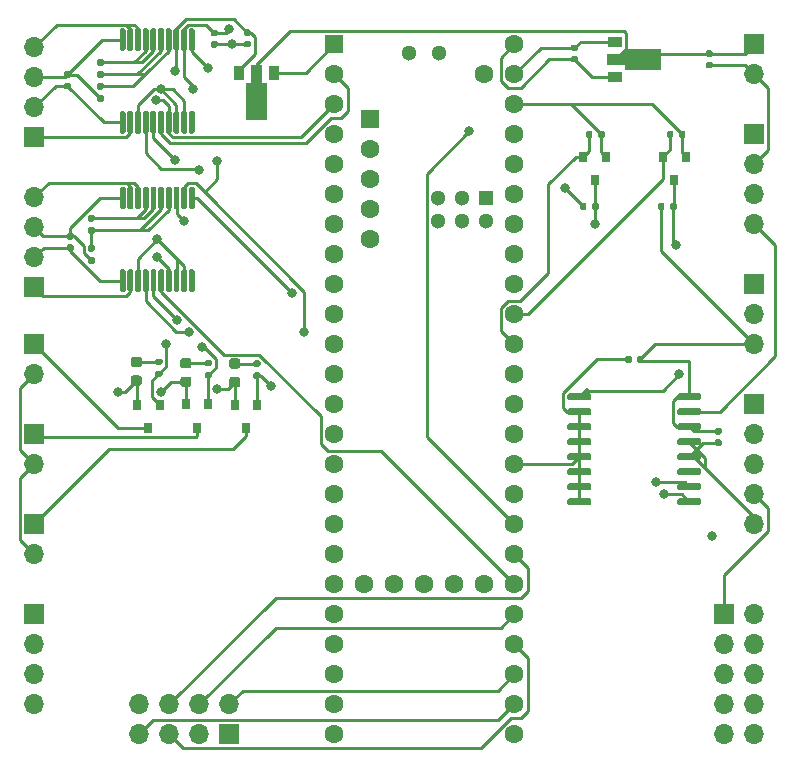
<source format=gbr>
%TF.GenerationSoftware,KiCad,Pcbnew,(5.1.9-0-10_14)*%
%TF.CreationDate,2021-04-06T21:39:04+02:00*%
%TF.ProjectId,Silviaduino,53696c76-6961-4647-9569-6e6f2e6b6963,rev?*%
%TF.SameCoordinates,Original*%
%TF.FileFunction,Copper,L1,Top*%
%TF.FilePolarity,Positive*%
%FSLAX46Y46*%
G04 Gerber Fmt 4.6, Leading zero omitted, Abs format (unit mm)*
G04 Created by KiCad (PCBNEW (5.1.9-0-10_14)) date 2021-04-06 21:39:04*
%MOMM*%
%LPD*%
G01*
G04 APERTURE LIST*
%TA.AperFunction,ComponentPad*%
%ADD10O,1.700000X1.700000*%
%TD*%
%TA.AperFunction,ComponentPad*%
%ADD11R,1.700000X1.700000*%
%TD*%
%TA.AperFunction,ComponentPad*%
%ADD12C,1.300000*%
%TD*%
%TA.AperFunction,ComponentPad*%
%ADD13C,1.600000*%
%TD*%
%TA.AperFunction,ComponentPad*%
%ADD14R,1.300000X1.300000*%
%TD*%
%TA.AperFunction,ComponentPad*%
%ADD15R,1.600000X1.600000*%
%TD*%
%TA.AperFunction,SMDPad,CuDef*%
%ADD16C,0.100000*%
%TD*%
%TA.AperFunction,SMDPad,CuDef*%
%ADD17R,0.900000X1.300000*%
%TD*%
%TA.AperFunction,SMDPad,CuDef*%
%ADD18R,1.300000X0.900000*%
%TD*%
%TA.AperFunction,SMDPad,CuDef*%
%ADD19R,0.800000X0.900000*%
%TD*%
%TA.AperFunction,ViaPad*%
%ADD20C,0.800000*%
%TD*%
%TA.AperFunction,Conductor*%
%ADD21C,0.250000*%
%TD*%
G04 APERTURE END LIST*
D10*
%TO.P,J1,4*%
%TO.N,RTD1F+*%
X154940000Y-53594000D03*
%TO.P,J1,3*%
%TO.N,RTD1IN+*%
X154940000Y-56134000D03*
%TO.P,J1,2*%
%TO.N,RTD1IN-*%
X154940000Y-58674000D03*
D11*
%TO.P,J1,1*%
%TO.N,RTD1F-*%
X154940000Y-61214000D03*
%TD*%
%TO.P,R11,2*%
%TO.N,I2C_SCL_5V*%
%TA.AperFunction,SMDPad,CuDef*%
G36*
G01*
X202172000Y-67241000D02*
X202172000Y-66871000D01*
G75*
G02*
X202307000Y-66736000I135000J0D01*
G01*
X202577000Y-66736000D01*
G75*
G02*
X202712000Y-66871000I0J-135000D01*
G01*
X202712000Y-67241000D01*
G75*
G02*
X202577000Y-67376000I-135000J0D01*
G01*
X202307000Y-67376000D01*
G75*
G02*
X202172000Y-67241000I0J135000D01*
G01*
G37*
%TD.AperFunction*%
%TO.P,R11,1*%
%TO.N,+5V*%
%TA.AperFunction,SMDPad,CuDef*%
G36*
G01*
X201152000Y-67241000D02*
X201152000Y-66871000D01*
G75*
G02*
X201287000Y-66736000I135000J0D01*
G01*
X201557000Y-66736000D01*
G75*
G02*
X201692000Y-66871000I0J-135000D01*
G01*
X201692000Y-67241000D01*
G75*
G02*
X201557000Y-67376000I-135000J0D01*
G01*
X201287000Y-67376000D01*
G75*
G02*
X201152000Y-67241000I0J135000D01*
G01*
G37*
%TD.AperFunction*%
%TD*%
%TO.P,R10,2*%
%TO.N,I2C_SDA_5V*%
%TA.AperFunction,SMDPad,CuDef*%
G36*
G01*
X208776000Y-67241000D02*
X208776000Y-66871000D01*
G75*
G02*
X208911000Y-66736000I135000J0D01*
G01*
X209181000Y-66736000D01*
G75*
G02*
X209316000Y-66871000I0J-135000D01*
G01*
X209316000Y-67241000D01*
G75*
G02*
X209181000Y-67376000I-135000J0D01*
G01*
X208911000Y-67376000D01*
G75*
G02*
X208776000Y-67241000I0J135000D01*
G01*
G37*
%TD.AperFunction*%
%TO.P,R10,1*%
%TO.N,+5V*%
%TA.AperFunction,SMDPad,CuDef*%
G36*
G01*
X207756000Y-67241000D02*
X207756000Y-66871000D01*
G75*
G02*
X207891000Y-66736000I135000J0D01*
G01*
X208161000Y-66736000D01*
G75*
G02*
X208296000Y-66871000I0J-135000D01*
G01*
X208296000Y-67241000D01*
G75*
G02*
X208161000Y-67376000I-135000J0D01*
G01*
X207891000Y-67376000D01*
G75*
G02*
X207756000Y-67241000I0J135000D01*
G01*
G37*
%TD.AperFunction*%
%TD*%
%TO.P,R9,2*%
%TO.N,I2C_SCL*%
%TA.AperFunction,SMDPad,CuDef*%
G36*
G01*
X202198000Y-60775000D02*
X202198000Y-61145000D01*
G75*
G02*
X202063000Y-61280000I-135000J0D01*
G01*
X201793000Y-61280000D01*
G75*
G02*
X201658000Y-61145000I0J135000D01*
G01*
X201658000Y-60775000D01*
G75*
G02*
X201793000Y-60640000I135000J0D01*
G01*
X202063000Y-60640000D01*
G75*
G02*
X202198000Y-60775000I0J-135000D01*
G01*
G37*
%TD.AperFunction*%
%TO.P,R9,1*%
%TO.N,TEMP_DVDD*%
%TA.AperFunction,SMDPad,CuDef*%
G36*
G01*
X203218000Y-60775000D02*
X203218000Y-61145000D01*
G75*
G02*
X203083000Y-61280000I-135000J0D01*
G01*
X202813000Y-61280000D01*
G75*
G02*
X202678000Y-61145000I0J135000D01*
G01*
X202678000Y-60775000D01*
G75*
G02*
X202813000Y-60640000I135000J0D01*
G01*
X203083000Y-60640000D01*
G75*
G02*
X203218000Y-60775000I0J-135000D01*
G01*
G37*
%TD.AperFunction*%
%TD*%
%TO.P,R8,2*%
%TO.N,I2C_SDA*%
%TA.AperFunction,SMDPad,CuDef*%
G36*
G01*
X209054000Y-60775000D02*
X209054000Y-61145000D01*
G75*
G02*
X208919000Y-61280000I-135000J0D01*
G01*
X208649000Y-61280000D01*
G75*
G02*
X208514000Y-61145000I0J135000D01*
G01*
X208514000Y-60775000D01*
G75*
G02*
X208649000Y-60640000I135000J0D01*
G01*
X208919000Y-60640000D01*
G75*
G02*
X209054000Y-60775000I0J-135000D01*
G01*
G37*
%TD.AperFunction*%
%TO.P,R8,1*%
%TO.N,TEMP_DVDD*%
%TA.AperFunction,SMDPad,CuDef*%
G36*
G01*
X210074000Y-60775000D02*
X210074000Y-61145000D01*
G75*
G02*
X209939000Y-61280000I-135000J0D01*
G01*
X209669000Y-61280000D01*
G75*
G02*
X209534000Y-61145000I0J135000D01*
G01*
X209534000Y-60775000D01*
G75*
G02*
X209669000Y-60640000I135000J0D01*
G01*
X209939000Y-60640000D01*
G75*
G02*
X210074000Y-60775000I0J-135000D01*
G01*
G37*
%TD.AperFunction*%
%TD*%
%TO.P,R7,2*%
%TO.N,Net-(R5-Pad2)*%
%TA.AperFunction,SMDPad,CuDef*%
G36*
G01*
X159581000Y-68820000D02*
X159951000Y-68820000D01*
G75*
G02*
X160086000Y-68955000I0J-135000D01*
G01*
X160086000Y-69225000D01*
G75*
G02*
X159951000Y-69360000I-135000J0D01*
G01*
X159581000Y-69360000D01*
G75*
G02*
X159446000Y-69225000I0J135000D01*
G01*
X159446000Y-68955000D01*
G75*
G02*
X159581000Y-68820000I135000J0D01*
G01*
G37*
%TD.AperFunction*%
%TO.P,R7,1*%
%TO.N,Net-(R7-Pad1)*%
%TA.AperFunction,SMDPad,CuDef*%
G36*
G01*
X159581000Y-67800000D02*
X159951000Y-67800000D01*
G75*
G02*
X160086000Y-67935000I0J-135000D01*
G01*
X160086000Y-68205000D01*
G75*
G02*
X159951000Y-68340000I-135000J0D01*
G01*
X159581000Y-68340000D01*
G75*
G02*
X159446000Y-68205000I0J135000D01*
G01*
X159446000Y-67935000D01*
G75*
G02*
X159581000Y-67800000I135000J0D01*
G01*
G37*
%TD.AperFunction*%
%TD*%
%TO.P,R6,2*%
%TO.N,Net-(R4-Pad2)*%
%TA.AperFunction,SMDPad,CuDef*%
G36*
G01*
X160343000Y-55614000D02*
X160713000Y-55614000D01*
G75*
G02*
X160848000Y-55749000I0J-135000D01*
G01*
X160848000Y-56019000D01*
G75*
G02*
X160713000Y-56154000I-135000J0D01*
G01*
X160343000Y-56154000D01*
G75*
G02*
X160208000Y-56019000I0J135000D01*
G01*
X160208000Y-55749000D01*
G75*
G02*
X160343000Y-55614000I135000J0D01*
G01*
G37*
%TD.AperFunction*%
%TO.P,R6,1*%
%TO.N,Net-(R6-Pad1)*%
%TA.AperFunction,SMDPad,CuDef*%
G36*
G01*
X160343000Y-54594000D02*
X160713000Y-54594000D01*
G75*
G02*
X160848000Y-54729000I0J-135000D01*
G01*
X160848000Y-54999000D01*
G75*
G02*
X160713000Y-55134000I-135000J0D01*
G01*
X160343000Y-55134000D01*
G75*
G02*
X160208000Y-54999000I0J135000D01*
G01*
X160208000Y-54729000D01*
G75*
G02*
X160343000Y-54594000I135000J0D01*
G01*
G37*
%TD.AperFunction*%
%TD*%
%TO.P,R5,2*%
%TO.N,Net-(R5-Pad2)*%
%TA.AperFunction,SMDPad,CuDef*%
G36*
G01*
X159951000Y-70880000D02*
X159581000Y-70880000D01*
G75*
G02*
X159446000Y-70745000I0J135000D01*
G01*
X159446000Y-70475000D01*
G75*
G02*
X159581000Y-70340000I135000J0D01*
G01*
X159951000Y-70340000D01*
G75*
G02*
X160086000Y-70475000I0J-135000D01*
G01*
X160086000Y-70745000D01*
G75*
G02*
X159951000Y-70880000I-135000J0D01*
G01*
G37*
%TD.AperFunction*%
%TO.P,R5,1*%
%TO.N,RTD2IN+*%
%TA.AperFunction,SMDPad,CuDef*%
G36*
G01*
X159951000Y-71900000D02*
X159581000Y-71900000D01*
G75*
G02*
X159446000Y-71765000I0J135000D01*
G01*
X159446000Y-71495000D01*
G75*
G02*
X159581000Y-71360000I135000J0D01*
G01*
X159951000Y-71360000D01*
G75*
G02*
X160086000Y-71495000I0J-135000D01*
G01*
X160086000Y-71765000D01*
G75*
G02*
X159951000Y-71900000I-135000J0D01*
G01*
G37*
%TD.AperFunction*%
%TD*%
%TO.P,R4,2*%
%TO.N,Net-(R4-Pad2)*%
%TA.AperFunction,SMDPad,CuDef*%
G36*
G01*
X160713000Y-57164000D02*
X160343000Y-57164000D01*
G75*
G02*
X160208000Y-57029000I0J135000D01*
G01*
X160208000Y-56759000D01*
G75*
G02*
X160343000Y-56624000I135000J0D01*
G01*
X160713000Y-56624000D01*
G75*
G02*
X160848000Y-56759000I0J-135000D01*
G01*
X160848000Y-57029000D01*
G75*
G02*
X160713000Y-57164000I-135000J0D01*
G01*
G37*
%TD.AperFunction*%
%TO.P,R4,1*%
%TO.N,RTD1IN+*%
%TA.AperFunction,SMDPad,CuDef*%
G36*
G01*
X160713000Y-58184000D02*
X160343000Y-58184000D01*
G75*
G02*
X160208000Y-58049000I0J135000D01*
G01*
X160208000Y-57779000D01*
G75*
G02*
X160343000Y-57644000I135000J0D01*
G01*
X160713000Y-57644000D01*
G75*
G02*
X160848000Y-57779000I0J-135000D01*
G01*
X160848000Y-58049000D01*
G75*
G02*
X160713000Y-58184000I-135000J0D01*
G01*
G37*
%TD.AperFunction*%
%TD*%
%TO.P,R3,2*%
%TO.N,Net-(D3-Pad2)*%
%TA.AperFunction,SMDPad,CuDef*%
G36*
G01*
X173971800Y-80635600D02*
X173601800Y-80635600D01*
G75*
G02*
X173466800Y-80500600I0J135000D01*
G01*
X173466800Y-80230600D01*
G75*
G02*
X173601800Y-80095600I135000J0D01*
G01*
X173971800Y-80095600D01*
G75*
G02*
X174106800Y-80230600I0J-135000D01*
G01*
X174106800Y-80500600D01*
G75*
G02*
X173971800Y-80635600I-135000J0D01*
G01*
G37*
%TD.AperFunction*%
%TO.P,R3,1*%
%TO.N,SSR3_GATE*%
%TA.AperFunction,SMDPad,CuDef*%
G36*
G01*
X173971800Y-81655600D02*
X173601800Y-81655600D01*
G75*
G02*
X173466800Y-81520600I0J135000D01*
G01*
X173466800Y-81250600D01*
G75*
G02*
X173601800Y-81115600I135000J0D01*
G01*
X173971800Y-81115600D01*
G75*
G02*
X174106800Y-81250600I0J-135000D01*
G01*
X174106800Y-81520600D01*
G75*
G02*
X173971800Y-81655600I-135000J0D01*
G01*
G37*
%TD.AperFunction*%
%TD*%
%TO.P,R2,2*%
%TO.N,Net-(D2-Pad2)*%
%TA.AperFunction,SMDPad,CuDef*%
G36*
G01*
X169857000Y-80608200D02*
X169487000Y-80608200D01*
G75*
G02*
X169352000Y-80473200I0J135000D01*
G01*
X169352000Y-80203200D01*
G75*
G02*
X169487000Y-80068200I135000J0D01*
G01*
X169857000Y-80068200D01*
G75*
G02*
X169992000Y-80203200I0J-135000D01*
G01*
X169992000Y-80473200D01*
G75*
G02*
X169857000Y-80608200I-135000J0D01*
G01*
G37*
%TD.AperFunction*%
%TO.P,R2,1*%
%TO.N,SSR2_GATE*%
%TA.AperFunction,SMDPad,CuDef*%
G36*
G01*
X169857000Y-81628200D02*
X169487000Y-81628200D01*
G75*
G02*
X169352000Y-81493200I0J135000D01*
G01*
X169352000Y-81223200D01*
G75*
G02*
X169487000Y-81088200I135000J0D01*
G01*
X169857000Y-81088200D01*
G75*
G02*
X169992000Y-81223200I0J-135000D01*
G01*
X169992000Y-81493200D01*
G75*
G02*
X169857000Y-81628200I-135000J0D01*
G01*
G37*
%TD.AperFunction*%
%TD*%
%TO.P,R1,2*%
%TO.N,Net-(D1-Pad2)*%
%TA.AperFunction,SMDPad,CuDef*%
G36*
G01*
X165666000Y-80481200D02*
X165296000Y-80481200D01*
G75*
G02*
X165161000Y-80346200I0J135000D01*
G01*
X165161000Y-80076200D01*
G75*
G02*
X165296000Y-79941200I135000J0D01*
G01*
X165666000Y-79941200D01*
G75*
G02*
X165801000Y-80076200I0J-135000D01*
G01*
X165801000Y-80346200D01*
G75*
G02*
X165666000Y-80481200I-135000J0D01*
G01*
G37*
%TD.AperFunction*%
%TO.P,R1,1*%
%TO.N,SSR1_GATE*%
%TA.AperFunction,SMDPad,CuDef*%
G36*
G01*
X165666000Y-81501200D02*
X165296000Y-81501200D01*
G75*
G02*
X165161000Y-81366200I0J135000D01*
G01*
X165161000Y-81096200D01*
G75*
G02*
X165296000Y-80961200I135000J0D01*
G01*
X165666000Y-80961200D01*
G75*
G02*
X165801000Y-81096200I0J-135000D01*
G01*
X165801000Y-81366200D01*
G75*
G02*
X165666000Y-81501200I-135000J0D01*
G01*
G37*
%TD.AperFunction*%
%TD*%
%TO.P,C9,2*%
%TO.N,GND*%
%TA.AperFunction,SMDPad,CuDef*%
G36*
G01*
X170010000Y-53060000D02*
X170350000Y-53060000D01*
G75*
G02*
X170490000Y-53200000I0J-140000D01*
G01*
X170490000Y-53480000D01*
G75*
G02*
X170350000Y-53620000I-140000J0D01*
G01*
X170010000Y-53620000D01*
G75*
G02*
X169870000Y-53480000I0J140000D01*
G01*
X169870000Y-53200000D01*
G75*
G02*
X170010000Y-53060000I140000J0D01*
G01*
G37*
%TD.AperFunction*%
%TO.P,C9,1*%
%TO.N,TEMP_DVDD*%
%TA.AperFunction,SMDPad,CuDef*%
G36*
G01*
X170010000Y-52100000D02*
X170350000Y-52100000D01*
G75*
G02*
X170490000Y-52240000I0J-140000D01*
G01*
X170490000Y-52520000D01*
G75*
G02*
X170350000Y-52660000I-140000J0D01*
G01*
X170010000Y-52660000D01*
G75*
G02*
X169870000Y-52520000I0J140000D01*
G01*
X169870000Y-52240000D01*
G75*
G02*
X170010000Y-52100000I140000J0D01*
G01*
G37*
%TD.AperFunction*%
%TD*%
%TO.P,C8,2*%
%TO.N,RTD2IN-*%
%TA.AperFunction,SMDPad,CuDef*%
G36*
G01*
X157818000Y-70276000D02*
X158158000Y-70276000D01*
G75*
G02*
X158298000Y-70416000I0J-140000D01*
G01*
X158298000Y-70696000D01*
G75*
G02*
X158158000Y-70836000I-140000J0D01*
G01*
X157818000Y-70836000D01*
G75*
G02*
X157678000Y-70696000I0J140000D01*
G01*
X157678000Y-70416000D01*
G75*
G02*
X157818000Y-70276000I140000J0D01*
G01*
G37*
%TD.AperFunction*%
%TO.P,C8,1*%
%TO.N,RTD2IN+*%
%TA.AperFunction,SMDPad,CuDef*%
G36*
G01*
X157818000Y-69316000D02*
X158158000Y-69316000D01*
G75*
G02*
X158298000Y-69456000I0J-140000D01*
G01*
X158298000Y-69736000D01*
G75*
G02*
X158158000Y-69876000I-140000J0D01*
G01*
X157818000Y-69876000D01*
G75*
G02*
X157678000Y-69736000I0J140000D01*
G01*
X157678000Y-69456000D01*
G75*
G02*
X157818000Y-69316000I140000J0D01*
G01*
G37*
%TD.AperFunction*%
%TD*%
%TO.P,C7,2*%
%TO.N,RTD1IN-*%
%TA.AperFunction,SMDPad,CuDef*%
G36*
G01*
X157564000Y-56588000D02*
X157904000Y-56588000D01*
G75*
G02*
X158044000Y-56728000I0J-140000D01*
G01*
X158044000Y-57008000D01*
G75*
G02*
X157904000Y-57148000I-140000J0D01*
G01*
X157564000Y-57148000D01*
G75*
G02*
X157424000Y-57008000I0J140000D01*
G01*
X157424000Y-56728000D01*
G75*
G02*
X157564000Y-56588000I140000J0D01*
G01*
G37*
%TD.AperFunction*%
%TO.P,C7,1*%
%TO.N,RTD1IN+*%
%TA.AperFunction,SMDPad,CuDef*%
G36*
G01*
X157564000Y-55628000D02*
X157904000Y-55628000D01*
G75*
G02*
X158044000Y-55768000I0J-140000D01*
G01*
X158044000Y-56048000D01*
G75*
G02*
X157904000Y-56188000I-140000J0D01*
G01*
X157564000Y-56188000D01*
G75*
G02*
X157424000Y-56048000I0J140000D01*
G01*
X157424000Y-55768000D01*
G75*
G02*
X157564000Y-55628000I140000J0D01*
G01*
G37*
%TD.AperFunction*%
%TD*%
%TO.P,C6,2*%
%TO.N,GND*%
%TA.AperFunction,SMDPad,CuDef*%
G36*
G01*
X212682000Y-86786000D02*
X213022000Y-86786000D01*
G75*
G02*
X213162000Y-86926000I0J-140000D01*
G01*
X213162000Y-87206000D01*
G75*
G02*
X213022000Y-87346000I-140000J0D01*
G01*
X212682000Y-87346000D01*
G75*
G02*
X212542000Y-87206000I0J140000D01*
G01*
X212542000Y-86926000D01*
G75*
G02*
X212682000Y-86786000I140000J0D01*
G01*
G37*
%TD.AperFunction*%
%TO.P,C6,1*%
%TO.N,+5V*%
%TA.AperFunction,SMDPad,CuDef*%
G36*
G01*
X212682000Y-85826000D02*
X213022000Y-85826000D01*
G75*
G02*
X213162000Y-85966000I0J-140000D01*
G01*
X213162000Y-86246000D01*
G75*
G02*
X213022000Y-86386000I-140000J0D01*
G01*
X212682000Y-86386000D01*
G75*
G02*
X212542000Y-86246000I0J140000D01*
G01*
X212542000Y-85966000D01*
G75*
G02*
X212682000Y-85826000I140000J0D01*
G01*
G37*
%TD.AperFunction*%
%TD*%
%TO.P,C5,2*%
%TO.N,+5V*%
%TA.AperFunction,SMDPad,CuDef*%
G36*
G01*
X205940000Y-80180000D02*
X205940000Y-79840000D01*
G75*
G02*
X206080000Y-79700000I140000J0D01*
G01*
X206360000Y-79700000D01*
G75*
G02*
X206500000Y-79840000I0J-140000D01*
G01*
X206500000Y-80180000D01*
G75*
G02*
X206360000Y-80320000I-140000J0D01*
G01*
X206080000Y-80320000D01*
G75*
G02*
X205940000Y-80180000I0J140000D01*
G01*
G37*
%TD.AperFunction*%
%TO.P,C5,1*%
%TO.N,GND*%
%TA.AperFunction,SMDPad,CuDef*%
G36*
G01*
X204980000Y-80180000D02*
X204980000Y-79840000D01*
G75*
G02*
X205120000Y-79700000I140000J0D01*
G01*
X205400000Y-79700000D01*
G75*
G02*
X205540000Y-79840000I0J-140000D01*
G01*
X205540000Y-80180000D01*
G75*
G02*
X205400000Y-80320000I-140000J0D01*
G01*
X205120000Y-80320000D01*
G75*
G02*
X204980000Y-80180000I0J140000D01*
G01*
G37*
%TD.AperFunction*%
%TD*%
%TO.P,C4,2*%
%TO.N,GND*%
%TA.AperFunction,SMDPad,CuDef*%
G36*
G01*
X172804000Y-53032000D02*
X173144000Y-53032000D01*
G75*
G02*
X173284000Y-53172000I0J-140000D01*
G01*
X173284000Y-53452000D01*
G75*
G02*
X173144000Y-53592000I-140000J0D01*
G01*
X172804000Y-53592000D01*
G75*
G02*
X172664000Y-53452000I0J140000D01*
G01*
X172664000Y-53172000D01*
G75*
G02*
X172804000Y-53032000I140000J0D01*
G01*
G37*
%TD.AperFunction*%
%TO.P,C4,1*%
%TO.N,TEMP_VDD*%
%TA.AperFunction,SMDPad,CuDef*%
G36*
G01*
X172804000Y-52072000D02*
X173144000Y-52072000D01*
G75*
G02*
X173284000Y-52212000I0J-140000D01*
G01*
X173284000Y-52492000D01*
G75*
G02*
X173144000Y-52632000I-140000J0D01*
G01*
X172804000Y-52632000D01*
G75*
G02*
X172664000Y-52492000I0J140000D01*
G01*
X172664000Y-52212000D01*
G75*
G02*
X172804000Y-52072000I140000J0D01*
G01*
G37*
%TD.AperFunction*%
%TD*%
%TO.P,C3,2*%
%TO.N,GND*%
%TA.AperFunction,SMDPad,CuDef*%
G36*
G01*
X200830000Y-53915000D02*
X200490000Y-53915000D01*
G75*
G02*
X200350000Y-53775000I0J140000D01*
G01*
X200350000Y-53495000D01*
G75*
G02*
X200490000Y-53355000I140000J0D01*
G01*
X200830000Y-53355000D01*
G75*
G02*
X200970000Y-53495000I0J-140000D01*
G01*
X200970000Y-53775000D01*
G75*
G02*
X200830000Y-53915000I-140000J0D01*
G01*
G37*
%TD.AperFunction*%
%TO.P,C3,1*%
%TO.N,+5V*%
%TA.AperFunction,SMDPad,CuDef*%
G36*
G01*
X200830000Y-54875000D02*
X200490000Y-54875000D01*
G75*
G02*
X200350000Y-54735000I0J140000D01*
G01*
X200350000Y-54455000D01*
G75*
G02*
X200490000Y-54315000I140000J0D01*
G01*
X200830000Y-54315000D01*
G75*
G02*
X200970000Y-54455000I0J-140000D01*
G01*
X200970000Y-54735000D01*
G75*
G02*
X200830000Y-54875000I-140000J0D01*
G01*
G37*
%TD.AperFunction*%
%TD*%
%TO.P,C2,2*%
%TO.N,GND*%
%TA.AperFunction,SMDPad,CuDef*%
G36*
G01*
X211920000Y-54810000D02*
X212260000Y-54810000D01*
G75*
G02*
X212400000Y-54950000I0J-140000D01*
G01*
X212400000Y-55230000D01*
G75*
G02*
X212260000Y-55370000I-140000J0D01*
G01*
X211920000Y-55370000D01*
G75*
G02*
X211780000Y-55230000I0J140000D01*
G01*
X211780000Y-54950000D01*
G75*
G02*
X211920000Y-54810000I140000J0D01*
G01*
G37*
%TD.AperFunction*%
%TO.P,C2,1*%
%TO.N,+9V*%
%TA.AperFunction,SMDPad,CuDef*%
G36*
G01*
X211920000Y-53850000D02*
X212260000Y-53850000D01*
G75*
G02*
X212400000Y-53990000I0J-140000D01*
G01*
X212400000Y-54270000D01*
G75*
G02*
X212260000Y-54410000I-140000J0D01*
G01*
X211920000Y-54410000D01*
G75*
G02*
X211780000Y-54270000I0J140000D01*
G01*
X211780000Y-53990000D01*
G75*
G02*
X211920000Y-53850000I140000J0D01*
G01*
G37*
%TD.AperFunction*%
%TD*%
D10*
%TO.P,J12,2*%
%TO.N,GND*%
X215900000Y-55880000D03*
D11*
%TO.P,J12,1*%
%TO.N,+9V*%
X215900000Y-53340000D03*
%TD*%
%TO.P,U6,20*%
%TO.N,Net-(U6-Pad20)*%
%TA.AperFunction,SMDPad,CuDef*%
G36*
G01*
X168154000Y-72400000D02*
X168404000Y-72400000D01*
G75*
G02*
X168529000Y-72525000I0J-125000D01*
G01*
X168529000Y-74175000D01*
G75*
G02*
X168404000Y-74300000I-125000J0D01*
G01*
X168154000Y-74300000D01*
G75*
G02*
X168029000Y-74175000I0J125000D01*
G01*
X168029000Y-72525000D01*
G75*
G02*
X168154000Y-72400000I125000J0D01*
G01*
G37*
%TD.AperFunction*%
%TO.P,U6,19*%
%TO.N,GND*%
%TA.AperFunction,SMDPad,CuDef*%
G36*
G01*
X167504000Y-72400000D02*
X167754000Y-72400000D01*
G75*
G02*
X167879000Y-72525000I0J-125000D01*
G01*
X167879000Y-74175000D01*
G75*
G02*
X167754000Y-74300000I-125000J0D01*
G01*
X167504000Y-74300000D01*
G75*
G02*
X167379000Y-74175000I0J125000D01*
G01*
X167379000Y-72525000D01*
G75*
G02*
X167504000Y-72400000I125000J0D01*
G01*
G37*
%TD.AperFunction*%
%TO.P,U6,18*%
%TA.AperFunction,SMDPad,CuDef*%
G36*
G01*
X166854000Y-72400000D02*
X167104000Y-72400000D01*
G75*
G02*
X167229000Y-72525000I0J-125000D01*
G01*
X167229000Y-74175000D01*
G75*
G02*
X167104000Y-74300000I-125000J0D01*
G01*
X166854000Y-74300000D01*
G75*
G02*
X166729000Y-74175000I0J125000D01*
G01*
X166729000Y-72525000D01*
G75*
G02*
X166854000Y-72400000I125000J0D01*
G01*
G37*
%TD.AperFunction*%
%TO.P,U6,17*%
%TO.N,TEMP_SPI_MISO*%
%TA.AperFunction,SMDPad,CuDef*%
G36*
G01*
X166204000Y-72400000D02*
X166454000Y-72400000D01*
G75*
G02*
X166579000Y-72525000I0J-125000D01*
G01*
X166579000Y-74175000D01*
G75*
G02*
X166454000Y-74300000I-125000J0D01*
G01*
X166204000Y-74300000D01*
G75*
G02*
X166079000Y-74175000I0J125000D01*
G01*
X166079000Y-72525000D01*
G75*
G02*
X166204000Y-72400000I125000J0D01*
G01*
G37*
%TD.AperFunction*%
%TO.P,U6,16*%
%TO.N,TEMP_SPI_CS1*%
%TA.AperFunction,SMDPad,CuDef*%
G36*
G01*
X165554000Y-72400000D02*
X165804000Y-72400000D01*
G75*
G02*
X165929000Y-72525000I0J-125000D01*
G01*
X165929000Y-74175000D01*
G75*
G02*
X165804000Y-74300000I-125000J0D01*
G01*
X165554000Y-74300000D01*
G75*
G02*
X165429000Y-74175000I0J125000D01*
G01*
X165429000Y-72525000D01*
G75*
G02*
X165554000Y-72400000I125000J0D01*
G01*
G37*
%TD.AperFunction*%
%TO.P,U6,15*%
%TO.N,TEMP_SPI_SCK*%
%TA.AperFunction,SMDPad,CuDef*%
G36*
G01*
X164904000Y-72400000D02*
X165154000Y-72400000D01*
G75*
G02*
X165279000Y-72525000I0J-125000D01*
G01*
X165279000Y-74175000D01*
G75*
G02*
X165154000Y-74300000I-125000J0D01*
G01*
X164904000Y-74300000D01*
G75*
G02*
X164779000Y-74175000I0J125000D01*
G01*
X164779000Y-72525000D01*
G75*
G02*
X164904000Y-72400000I125000J0D01*
G01*
G37*
%TD.AperFunction*%
%TO.P,U6,14*%
%TO.N,TEMP_SPI_MOSI*%
%TA.AperFunction,SMDPad,CuDef*%
G36*
G01*
X164254000Y-72400000D02*
X164504000Y-72400000D01*
G75*
G02*
X164629000Y-72525000I0J-125000D01*
G01*
X164629000Y-74175000D01*
G75*
G02*
X164504000Y-74300000I-125000J0D01*
G01*
X164254000Y-74300000D01*
G75*
G02*
X164129000Y-74175000I0J125000D01*
G01*
X164129000Y-72525000D01*
G75*
G02*
X164254000Y-72400000I125000J0D01*
G01*
G37*
%TD.AperFunction*%
%TO.P,U6,13*%
%TO.N,GND*%
%TA.AperFunction,SMDPad,CuDef*%
G36*
G01*
X163604000Y-72400000D02*
X163854000Y-72400000D01*
G75*
G02*
X163979000Y-72525000I0J-125000D01*
G01*
X163979000Y-74175000D01*
G75*
G02*
X163854000Y-74300000I-125000J0D01*
G01*
X163604000Y-74300000D01*
G75*
G02*
X163479000Y-74175000I0J125000D01*
G01*
X163479000Y-72525000D01*
G75*
G02*
X163604000Y-72400000I125000J0D01*
G01*
G37*
%TD.AperFunction*%
%TO.P,U6,12*%
%TO.N,RTD2F-*%
%TA.AperFunction,SMDPad,CuDef*%
G36*
G01*
X162954000Y-72400000D02*
X163204000Y-72400000D01*
G75*
G02*
X163329000Y-72525000I0J-125000D01*
G01*
X163329000Y-74175000D01*
G75*
G02*
X163204000Y-74300000I-125000J0D01*
G01*
X162954000Y-74300000D01*
G75*
G02*
X162829000Y-74175000I0J125000D01*
G01*
X162829000Y-72525000D01*
G75*
G02*
X162954000Y-72400000I125000J0D01*
G01*
G37*
%TD.AperFunction*%
%TO.P,U6,11*%
%TO.N,RTD2IN-*%
%TA.AperFunction,SMDPad,CuDef*%
G36*
G01*
X162304000Y-72400000D02*
X162554000Y-72400000D01*
G75*
G02*
X162679000Y-72525000I0J-125000D01*
G01*
X162679000Y-74175000D01*
G75*
G02*
X162554000Y-74300000I-125000J0D01*
G01*
X162304000Y-74300000D01*
G75*
G02*
X162179000Y-74175000I0J125000D01*
G01*
X162179000Y-72525000D01*
G75*
G02*
X162304000Y-72400000I125000J0D01*
G01*
G37*
%TD.AperFunction*%
%TO.P,U6,10*%
%TO.N,RTD2IN+*%
%TA.AperFunction,SMDPad,CuDef*%
G36*
G01*
X162304000Y-65400000D02*
X162554000Y-65400000D01*
G75*
G02*
X162679000Y-65525000I0J-125000D01*
G01*
X162679000Y-67175000D01*
G75*
G02*
X162554000Y-67300000I-125000J0D01*
G01*
X162304000Y-67300000D01*
G75*
G02*
X162179000Y-67175000I0J125000D01*
G01*
X162179000Y-65525000D01*
G75*
G02*
X162304000Y-65400000I125000J0D01*
G01*
G37*
%TD.AperFunction*%
%TO.P,U6,9*%
%TO.N,RTD2F+*%
%TA.AperFunction,SMDPad,CuDef*%
G36*
G01*
X162954000Y-65400000D02*
X163204000Y-65400000D01*
G75*
G02*
X163329000Y-65525000I0J-125000D01*
G01*
X163329000Y-67175000D01*
G75*
G02*
X163204000Y-67300000I-125000J0D01*
G01*
X162954000Y-67300000D01*
G75*
G02*
X162829000Y-67175000I0J125000D01*
G01*
X162829000Y-65525000D01*
G75*
G02*
X162954000Y-65400000I125000J0D01*
G01*
G37*
%TD.AperFunction*%
%TO.P,U6,8*%
%TA.AperFunction,SMDPad,CuDef*%
G36*
G01*
X163604000Y-65400000D02*
X163854000Y-65400000D01*
G75*
G02*
X163979000Y-65525000I0J-125000D01*
G01*
X163979000Y-67175000D01*
G75*
G02*
X163854000Y-67300000I-125000J0D01*
G01*
X163604000Y-67300000D01*
G75*
G02*
X163479000Y-67175000I0J125000D01*
G01*
X163479000Y-65525000D01*
G75*
G02*
X163604000Y-65400000I125000J0D01*
G01*
G37*
%TD.AperFunction*%
%TO.P,U6,7*%
%TO.N,Net-(R7-Pad1)*%
%TA.AperFunction,SMDPad,CuDef*%
G36*
G01*
X164254000Y-65400000D02*
X164504000Y-65400000D01*
G75*
G02*
X164629000Y-65525000I0J-125000D01*
G01*
X164629000Y-67175000D01*
G75*
G02*
X164504000Y-67300000I-125000J0D01*
G01*
X164254000Y-67300000D01*
G75*
G02*
X164129000Y-67175000I0J125000D01*
G01*
X164129000Y-65525000D01*
G75*
G02*
X164254000Y-65400000I125000J0D01*
G01*
G37*
%TD.AperFunction*%
%TO.P,U6,6*%
%TA.AperFunction,SMDPad,CuDef*%
G36*
G01*
X164904000Y-65400000D02*
X165154000Y-65400000D01*
G75*
G02*
X165279000Y-65525000I0J-125000D01*
G01*
X165279000Y-67175000D01*
G75*
G02*
X165154000Y-67300000I-125000J0D01*
G01*
X164904000Y-67300000D01*
G75*
G02*
X164779000Y-67175000I0J125000D01*
G01*
X164779000Y-65525000D01*
G75*
G02*
X164904000Y-65400000I125000J0D01*
G01*
G37*
%TD.AperFunction*%
%TO.P,U6,5*%
%TO.N,Net-(R5-Pad2)*%
%TA.AperFunction,SMDPad,CuDef*%
G36*
G01*
X165554000Y-65400000D02*
X165804000Y-65400000D01*
G75*
G02*
X165929000Y-65525000I0J-125000D01*
G01*
X165929000Y-67175000D01*
G75*
G02*
X165804000Y-67300000I-125000J0D01*
G01*
X165554000Y-67300000D01*
G75*
G02*
X165429000Y-67175000I0J125000D01*
G01*
X165429000Y-65525000D01*
G75*
G02*
X165554000Y-65400000I125000J0D01*
G01*
G37*
%TD.AperFunction*%
%TO.P,U6,4*%
%TA.AperFunction,SMDPad,CuDef*%
G36*
G01*
X166204000Y-65400000D02*
X166454000Y-65400000D01*
G75*
G02*
X166579000Y-65525000I0J-125000D01*
G01*
X166579000Y-67175000D01*
G75*
G02*
X166454000Y-67300000I-125000J0D01*
G01*
X166204000Y-67300000D01*
G75*
G02*
X166079000Y-67175000I0J125000D01*
G01*
X166079000Y-65525000D01*
G75*
G02*
X166204000Y-65400000I125000J0D01*
G01*
G37*
%TD.AperFunction*%
%TO.P,U6,3*%
%TO.N,TEMP_VDD*%
%TA.AperFunction,SMDPad,CuDef*%
G36*
G01*
X166854000Y-65400000D02*
X167104000Y-65400000D01*
G75*
G02*
X167229000Y-65525000I0J-125000D01*
G01*
X167229000Y-67175000D01*
G75*
G02*
X167104000Y-67300000I-125000J0D01*
G01*
X166854000Y-67300000D01*
G75*
G02*
X166729000Y-67175000I0J125000D01*
G01*
X166729000Y-65525000D01*
G75*
G02*
X166854000Y-65400000I125000J0D01*
G01*
G37*
%TD.AperFunction*%
%TO.P,U6,2*%
%TO.N,TEMP_DVDD*%
%TA.AperFunction,SMDPad,CuDef*%
G36*
G01*
X167504000Y-65400000D02*
X167754000Y-65400000D01*
G75*
G02*
X167879000Y-65525000I0J-125000D01*
G01*
X167879000Y-67175000D01*
G75*
G02*
X167754000Y-67300000I-125000J0D01*
G01*
X167504000Y-67300000D01*
G75*
G02*
X167379000Y-67175000I0J125000D01*
G01*
X167379000Y-65525000D01*
G75*
G02*
X167504000Y-65400000I125000J0D01*
G01*
G37*
%TD.AperFunction*%
%TO.P,U6,1*%
%TO.N,TEMP_DRDY1*%
%TA.AperFunction,SMDPad,CuDef*%
G36*
G01*
X168154000Y-65400000D02*
X168404000Y-65400000D01*
G75*
G02*
X168529000Y-65525000I0J-125000D01*
G01*
X168529000Y-67175000D01*
G75*
G02*
X168404000Y-67300000I-125000J0D01*
G01*
X168154000Y-67300000D01*
G75*
G02*
X168029000Y-67175000I0J125000D01*
G01*
X168029000Y-65525000D01*
G75*
G02*
X168154000Y-65400000I125000J0D01*
G01*
G37*
%TD.AperFunction*%
%TD*%
%TO.P,U5,20*%
%TO.N,Net-(U5-Pad20)*%
%TA.AperFunction,SMDPad,CuDef*%
G36*
G01*
X168143000Y-58994000D02*
X168393000Y-58994000D01*
G75*
G02*
X168518000Y-59119000I0J-125000D01*
G01*
X168518000Y-60769000D01*
G75*
G02*
X168393000Y-60894000I-125000J0D01*
G01*
X168143000Y-60894000D01*
G75*
G02*
X168018000Y-60769000I0J125000D01*
G01*
X168018000Y-59119000D01*
G75*
G02*
X168143000Y-58994000I125000J0D01*
G01*
G37*
%TD.AperFunction*%
%TO.P,U5,19*%
%TO.N,GND*%
%TA.AperFunction,SMDPad,CuDef*%
G36*
G01*
X167493000Y-58994000D02*
X167743000Y-58994000D01*
G75*
G02*
X167868000Y-59119000I0J-125000D01*
G01*
X167868000Y-60769000D01*
G75*
G02*
X167743000Y-60894000I-125000J0D01*
G01*
X167493000Y-60894000D01*
G75*
G02*
X167368000Y-60769000I0J125000D01*
G01*
X167368000Y-59119000D01*
G75*
G02*
X167493000Y-58994000I125000J0D01*
G01*
G37*
%TD.AperFunction*%
%TO.P,U5,18*%
%TA.AperFunction,SMDPad,CuDef*%
G36*
G01*
X166843000Y-58994000D02*
X167093000Y-58994000D01*
G75*
G02*
X167218000Y-59119000I0J-125000D01*
G01*
X167218000Y-60769000D01*
G75*
G02*
X167093000Y-60894000I-125000J0D01*
G01*
X166843000Y-60894000D01*
G75*
G02*
X166718000Y-60769000I0J125000D01*
G01*
X166718000Y-59119000D01*
G75*
G02*
X166843000Y-58994000I125000J0D01*
G01*
G37*
%TD.AperFunction*%
%TO.P,U5,17*%
%TO.N,TEMP_SPI_MISO*%
%TA.AperFunction,SMDPad,CuDef*%
G36*
G01*
X166193000Y-58994000D02*
X166443000Y-58994000D01*
G75*
G02*
X166568000Y-59119000I0J-125000D01*
G01*
X166568000Y-60769000D01*
G75*
G02*
X166443000Y-60894000I-125000J0D01*
G01*
X166193000Y-60894000D01*
G75*
G02*
X166068000Y-60769000I0J125000D01*
G01*
X166068000Y-59119000D01*
G75*
G02*
X166193000Y-58994000I125000J0D01*
G01*
G37*
%TD.AperFunction*%
%TO.P,U5,16*%
%TO.N,TEMP_SPI_CS0*%
%TA.AperFunction,SMDPad,CuDef*%
G36*
G01*
X165543000Y-58994000D02*
X165793000Y-58994000D01*
G75*
G02*
X165918000Y-59119000I0J-125000D01*
G01*
X165918000Y-60769000D01*
G75*
G02*
X165793000Y-60894000I-125000J0D01*
G01*
X165543000Y-60894000D01*
G75*
G02*
X165418000Y-60769000I0J125000D01*
G01*
X165418000Y-59119000D01*
G75*
G02*
X165543000Y-58994000I125000J0D01*
G01*
G37*
%TD.AperFunction*%
%TO.P,U5,15*%
%TO.N,TEMP_SPI_SCK*%
%TA.AperFunction,SMDPad,CuDef*%
G36*
G01*
X164893000Y-58994000D02*
X165143000Y-58994000D01*
G75*
G02*
X165268000Y-59119000I0J-125000D01*
G01*
X165268000Y-60769000D01*
G75*
G02*
X165143000Y-60894000I-125000J0D01*
G01*
X164893000Y-60894000D01*
G75*
G02*
X164768000Y-60769000I0J125000D01*
G01*
X164768000Y-59119000D01*
G75*
G02*
X164893000Y-58994000I125000J0D01*
G01*
G37*
%TD.AperFunction*%
%TO.P,U5,14*%
%TO.N,TEMP_SPI_MOSI*%
%TA.AperFunction,SMDPad,CuDef*%
G36*
G01*
X164243000Y-58994000D02*
X164493000Y-58994000D01*
G75*
G02*
X164618000Y-59119000I0J-125000D01*
G01*
X164618000Y-60769000D01*
G75*
G02*
X164493000Y-60894000I-125000J0D01*
G01*
X164243000Y-60894000D01*
G75*
G02*
X164118000Y-60769000I0J125000D01*
G01*
X164118000Y-59119000D01*
G75*
G02*
X164243000Y-58994000I125000J0D01*
G01*
G37*
%TD.AperFunction*%
%TO.P,U5,13*%
%TO.N,GND*%
%TA.AperFunction,SMDPad,CuDef*%
G36*
G01*
X163593000Y-58994000D02*
X163843000Y-58994000D01*
G75*
G02*
X163968000Y-59119000I0J-125000D01*
G01*
X163968000Y-60769000D01*
G75*
G02*
X163843000Y-60894000I-125000J0D01*
G01*
X163593000Y-60894000D01*
G75*
G02*
X163468000Y-60769000I0J125000D01*
G01*
X163468000Y-59119000D01*
G75*
G02*
X163593000Y-58994000I125000J0D01*
G01*
G37*
%TD.AperFunction*%
%TO.P,U5,12*%
%TO.N,RTD1F-*%
%TA.AperFunction,SMDPad,CuDef*%
G36*
G01*
X162943000Y-58994000D02*
X163193000Y-58994000D01*
G75*
G02*
X163318000Y-59119000I0J-125000D01*
G01*
X163318000Y-60769000D01*
G75*
G02*
X163193000Y-60894000I-125000J0D01*
G01*
X162943000Y-60894000D01*
G75*
G02*
X162818000Y-60769000I0J125000D01*
G01*
X162818000Y-59119000D01*
G75*
G02*
X162943000Y-58994000I125000J0D01*
G01*
G37*
%TD.AperFunction*%
%TO.P,U5,11*%
%TO.N,RTD1IN-*%
%TA.AperFunction,SMDPad,CuDef*%
G36*
G01*
X162293000Y-58994000D02*
X162543000Y-58994000D01*
G75*
G02*
X162668000Y-59119000I0J-125000D01*
G01*
X162668000Y-60769000D01*
G75*
G02*
X162543000Y-60894000I-125000J0D01*
G01*
X162293000Y-60894000D01*
G75*
G02*
X162168000Y-60769000I0J125000D01*
G01*
X162168000Y-59119000D01*
G75*
G02*
X162293000Y-58994000I125000J0D01*
G01*
G37*
%TD.AperFunction*%
%TO.P,U5,10*%
%TO.N,RTD1IN+*%
%TA.AperFunction,SMDPad,CuDef*%
G36*
G01*
X162293000Y-51994000D02*
X162543000Y-51994000D01*
G75*
G02*
X162668000Y-52119000I0J-125000D01*
G01*
X162668000Y-53769000D01*
G75*
G02*
X162543000Y-53894000I-125000J0D01*
G01*
X162293000Y-53894000D01*
G75*
G02*
X162168000Y-53769000I0J125000D01*
G01*
X162168000Y-52119000D01*
G75*
G02*
X162293000Y-51994000I125000J0D01*
G01*
G37*
%TD.AperFunction*%
%TO.P,U5,9*%
%TO.N,RTD1F+*%
%TA.AperFunction,SMDPad,CuDef*%
G36*
G01*
X162943000Y-51994000D02*
X163193000Y-51994000D01*
G75*
G02*
X163318000Y-52119000I0J-125000D01*
G01*
X163318000Y-53769000D01*
G75*
G02*
X163193000Y-53894000I-125000J0D01*
G01*
X162943000Y-53894000D01*
G75*
G02*
X162818000Y-53769000I0J125000D01*
G01*
X162818000Y-52119000D01*
G75*
G02*
X162943000Y-51994000I125000J0D01*
G01*
G37*
%TD.AperFunction*%
%TO.P,U5,8*%
%TA.AperFunction,SMDPad,CuDef*%
G36*
G01*
X163593000Y-51994000D02*
X163843000Y-51994000D01*
G75*
G02*
X163968000Y-52119000I0J-125000D01*
G01*
X163968000Y-53769000D01*
G75*
G02*
X163843000Y-53894000I-125000J0D01*
G01*
X163593000Y-53894000D01*
G75*
G02*
X163468000Y-53769000I0J125000D01*
G01*
X163468000Y-52119000D01*
G75*
G02*
X163593000Y-51994000I125000J0D01*
G01*
G37*
%TD.AperFunction*%
%TO.P,U5,7*%
%TO.N,Net-(R6-Pad1)*%
%TA.AperFunction,SMDPad,CuDef*%
G36*
G01*
X164243000Y-51994000D02*
X164493000Y-51994000D01*
G75*
G02*
X164618000Y-52119000I0J-125000D01*
G01*
X164618000Y-53769000D01*
G75*
G02*
X164493000Y-53894000I-125000J0D01*
G01*
X164243000Y-53894000D01*
G75*
G02*
X164118000Y-53769000I0J125000D01*
G01*
X164118000Y-52119000D01*
G75*
G02*
X164243000Y-51994000I125000J0D01*
G01*
G37*
%TD.AperFunction*%
%TO.P,U5,6*%
%TA.AperFunction,SMDPad,CuDef*%
G36*
G01*
X164893000Y-51994000D02*
X165143000Y-51994000D01*
G75*
G02*
X165268000Y-52119000I0J-125000D01*
G01*
X165268000Y-53769000D01*
G75*
G02*
X165143000Y-53894000I-125000J0D01*
G01*
X164893000Y-53894000D01*
G75*
G02*
X164768000Y-53769000I0J125000D01*
G01*
X164768000Y-52119000D01*
G75*
G02*
X164893000Y-51994000I125000J0D01*
G01*
G37*
%TD.AperFunction*%
%TO.P,U5,5*%
%TO.N,Net-(R4-Pad2)*%
%TA.AperFunction,SMDPad,CuDef*%
G36*
G01*
X165543000Y-51994000D02*
X165793000Y-51994000D01*
G75*
G02*
X165918000Y-52119000I0J-125000D01*
G01*
X165918000Y-53769000D01*
G75*
G02*
X165793000Y-53894000I-125000J0D01*
G01*
X165543000Y-53894000D01*
G75*
G02*
X165418000Y-53769000I0J125000D01*
G01*
X165418000Y-52119000D01*
G75*
G02*
X165543000Y-51994000I125000J0D01*
G01*
G37*
%TD.AperFunction*%
%TO.P,U5,4*%
%TA.AperFunction,SMDPad,CuDef*%
G36*
G01*
X166193000Y-51994000D02*
X166443000Y-51994000D01*
G75*
G02*
X166568000Y-52119000I0J-125000D01*
G01*
X166568000Y-53769000D01*
G75*
G02*
X166443000Y-53894000I-125000J0D01*
G01*
X166193000Y-53894000D01*
G75*
G02*
X166068000Y-53769000I0J125000D01*
G01*
X166068000Y-52119000D01*
G75*
G02*
X166193000Y-51994000I125000J0D01*
G01*
G37*
%TD.AperFunction*%
%TO.P,U5,3*%
%TO.N,TEMP_VDD*%
%TA.AperFunction,SMDPad,CuDef*%
G36*
G01*
X166843000Y-51994000D02*
X167093000Y-51994000D01*
G75*
G02*
X167218000Y-52119000I0J-125000D01*
G01*
X167218000Y-53769000D01*
G75*
G02*
X167093000Y-53894000I-125000J0D01*
G01*
X166843000Y-53894000D01*
G75*
G02*
X166718000Y-53769000I0J125000D01*
G01*
X166718000Y-52119000D01*
G75*
G02*
X166843000Y-51994000I125000J0D01*
G01*
G37*
%TD.AperFunction*%
%TO.P,U5,2*%
%TO.N,TEMP_DVDD*%
%TA.AperFunction,SMDPad,CuDef*%
G36*
G01*
X167493000Y-51994000D02*
X167743000Y-51994000D01*
G75*
G02*
X167868000Y-52119000I0J-125000D01*
G01*
X167868000Y-53769000D01*
G75*
G02*
X167743000Y-53894000I-125000J0D01*
G01*
X167493000Y-53894000D01*
G75*
G02*
X167368000Y-53769000I0J125000D01*
G01*
X167368000Y-52119000D01*
G75*
G02*
X167493000Y-51994000I125000J0D01*
G01*
G37*
%TD.AperFunction*%
%TO.P,U5,1*%
%TO.N,TEMP_DRDY0*%
%TA.AperFunction,SMDPad,CuDef*%
G36*
G01*
X168143000Y-51994000D02*
X168393000Y-51994000D01*
G75*
G02*
X168518000Y-52119000I0J-125000D01*
G01*
X168518000Y-53769000D01*
G75*
G02*
X168393000Y-53894000I-125000J0D01*
G01*
X168143000Y-53894000D01*
G75*
G02*
X168018000Y-53769000I0J125000D01*
G01*
X168018000Y-52119000D01*
G75*
G02*
X168143000Y-51994000I125000J0D01*
G01*
G37*
%TD.AperFunction*%
%TD*%
%TO.P,U4,16*%
%TO.N,+5V*%
%TA.AperFunction,SMDPad,CuDef*%
G36*
G01*
X209365000Y-83335000D02*
X209365000Y-83035000D01*
G75*
G02*
X209515000Y-82885000I150000J0D01*
G01*
X211265000Y-82885000D01*
G75*
G02*
X211415000Y-83035000I0J-150000D01*
G01*
X211415000Y-83335000D01*
G75*
G02*
X211265000Y-83485000I-150000J0D01*
G01*
X209515000Y-83485000D01*
G75*
G02*
X209365000Y-83335000I0J150000D01*
G01*
G37*
%TD.AperFunction*%
%TO.P,U4,15*%
%TO.N,PROP_SSR_CTRL*%
%TA.AperFunction,SMDPad,CuDef*%
G36*
G01*
X209365000Y-84605000D02*
X209365000Y-84305000D01*
G75*
G02*
X209515000Y-84155000I150000J0D01*
G01*
X211265000Y-84155000D01*
G75*
G02*
X211415000Y-84305000I0J-150000D01*
G01*
X211415000Y-84605000D01*
G75*
G02*
X211265000Y-84755000I-150000J0D01*
G01*
X209515000Y-84755000D01*
G75*
G02*
X209365000Y-84605000I0J150000D01*
G01*
G37*
%TD.AperFunction*%
%TO.P,U4,14*%
%TO.N,+5V*%
%TA.AperFunction,SMDPad,CuDef*%
G36*
G01*
X209365000Y-85875000D02*
X209365000Y-85575000D01*
G75*
G02*
X209515000Y-85425000I150000J0D01*
G01*
X211265000Y-85425000D01*
G75*
G02*
X211415000Y-85575000I0J-150000D01*
G01*
X211415000Y-85875000D01*
G75*
G02*
X211265000Y-86025000I-150000J0D01*
G01*
X209515000Y-86025000D01*
G75*
G02*
X209365000Y-85875000I0J150000D01*
G01*
G37*
%TD.AperFunction*%
%TO.P,U4,13*%
%TO.N,GND*%
%TA.AperFunction,SMDPad,CuDef*%
G36*
G01*
X209365000Y-87145000D02*
X209365000Y-86845000D01*
G75*
G02*
X209515000Y-86695000I150000J0D01*
G01*
X211265000Y-86695000D01*
G75*
G02*
X211415000Y-86845000I0J-150000D01*
G01*
X211415000Y-87145000D01*
G75*
G02*
X211265000Y-87295000I-150000J0D01*
G01*
X209515000Y-87295000D01*
G75*
G02*
X209365000Y-87145000I0J150000D01*
G01*
G37*
%TD.AperFunction*%
%TO.P,U4,12*%
%TA.AperFunction,SMDPad,CuDef*%
G36*
G01*
X209365000Y-88415000D02*
X209365000Y-88115000D01*
G75*
G02*
X209515000Y-87965000I150000J0D01*
G01*
X211265000Y-87965000D01*
G75*
G02*
X211415000Y-88115000I0J-150000D01*
G01*
X211415000Y-88415000D01*
G75*
G02*
X211265000Y-88565000I-150000J0D01*
G01*
X209515000Y-88565000D01*
G75*
G02*
X209365000Y-88415000I0J150000D01*
G01*
G37*
%TD.AperFunction*%
%TO.P,U4,11*%
%TO.N,Net-(U4-Pad11)*%
%TA.AperFunction,SMDPad,CuDef*%
G36*
G01*
X209365000Y-89685000D02*
X209365000Y-89385000D01*
G75*
G02*
X209515000Y-89235000I150000J0D01*
G01*
X211265000Y-89235000D01*
G75*
G02*
X211415000Y-89385000I0J-150000D01*
G01*
X211415000Y-89685000D01*
G75*
G02*
X211265000Y-89835000I-150000J0D01*
G01*
X209515000Y-89835000D01*
G75*
G02*
X209365000Y-89685000I0J150000D01*
G01*
G37*
%TD.AperFunction*%
%TO.P,U4,10*%
%TO.N,I2C_SCL_5V*%
%TA.AperFunction,SMDPad,CuDef*%
G36*
G01*
X209365000Y-90955000D02*
X209365000Y-90655000D01*
G75*
G02*
X209515000Y-90505000I150000J0D01*
G01*
X211265000Y-90505000D01*
G75*
G02*
X211415000Y-90655000I0J-150000D01*
G01*
X211415000Y-90955000D01*
G75*
G02*
X211265000Y-91105000I-150000J0D01*
G01*
X209515000Y-91105000D01*
G75*
G02*
X209365000Y-90955000I0J150000D01*
G01*
G37*
%TD.AperFunction*%
%TO.P,U4,9*%
%TO.N,I2C_SDA_5V*%
%TA.AperFunction,SMDPad,CuDef*%
G36*
G01*
X209365000Y-92225000D02*
X209365000Y-91925000D01*
G75*
G02*
X209515000Y-91775000I150000J0D01*
G01*
X211265000Y-91775000D01*
G75*
G02*
X211415000Y-91925000I0J-150000D01*
G01*
X211415000Y-92225000D01*
G75*
G02*
X211265000Y-92375000I-150000J0D01*
G01*
X209515000Y-92375000D01*
G75*
G02*
X209365000Y-92225000I0J150000D01*
G01*
G37*
%TD.AperFunction*%
%TO.P,U4,8*%
%TO.N,GND*%
%TA.AperFunction,SMDPad,CuDef*%
G36*
G01*
X200065000Y-92225000D02*
X200065000Y-91925000D01*
G75*
G02*
X200215000Y-91775000I150000J0D01*
G01*
X201965000Y-91775000D01*
G75*
G02*
X202115000Y-91925000I0J-150000D01*
G01*
X202115000Y-92225000D01*
G75*
G02*
X201965000Y-92375000I-150000J0D01*
G01*
X200215000Y-92375000D01*
G75*
G02*
X200065000Y-92225000I0J150000D01*
G01*
G37*
%TD.AperFunction*%
%TO.P,U4,7*%
%TA.AperFunction,SMDPad,CuDef*%
G36*
G01*
X200065000Y-90955000D02*
X200065000Y-90655000D01*
G75*
G02*
X200215000Y-90505000I150000J0D01*
G01*
X201965000Y-90505000D01*
G75*
G02*
X202115000Y-90655000I0J-150000D01*
G01*
X202115000Y-90955000D01*
G75*
G02*
X201965000Y-91105000I-150000J0D01*
G01*
X200215000Y-91105000D01*
G75*
G02*
X200065000Y-90955000I0J150000D01*
G01*
G37*
%TD.AperFunction*%
%TO.P,U4,6*%
%TA.AperFunction,SMDPad,CuDef*%
G36*
G01*
X200065000Y-89685000D02*
X200065000Y-89385000D01*
G75*
G02*
X200215000Y-89235000I150000J0D01*
G01*
X201965000Y-89235000D01*
G75*
G02*
X202115000Y-89385000I0J-150000D01*
G01*
X202115000Y-89685000D01*
G75*
G02*
X201965000Y-89835000I-150000J0D01*
G01*
X200215000Y-89835000D01*
G75*
G02*
X200065000Y-89685000I0J150000D01*
G01*
G37*
%TD.AperFunction*%
%TO.P,U4,5*%
%TA.AperFunction,SMDPad,CuDef*%
G36*
G01*
X200065000Y-88415000D02*
X200065000Y-88115000D01*
G75*
G02*
X200215000Y-87965000I150000J0D01*
G01*
X201965000Y-87965000D01*
G75*
G02*
X202115000Y-88115000I0J-150000D01*
G01*
X202115000Y-88415000D01*
G75*
G02*
X201965000Y-88565000I-150000J0D01*
G01*
X200215000Y-88565000D01*
G75*
G02*
X200065000Y-88415000I0J150000D01*
G01*
G37*
%TD.AperFunction*%
%TO.P,U4,4*%
%TA.AperFunction,SMDPad,CuDef*%
G36*
G01*
X200065000Y-87145000D02*
X200065000Y-86845000D01*
G75*
G02*
X200215000Y-86695000I150000J0D01*
G01*
X201965000Y-86695000D01*
G75*
G02*
X202115000Y-86845000I0J-150000D01*
G01*
X202115000Y-87145000D01*
G75*
G02*
X201965000Y-87295000I-150000J0D01*
G01*
X200215000Y-87295000D01*
G75*
G02*
X200065000Y-87145000I0J150000D01*
G01*
G37*
%TD.AperFunction*%
%TO.P,U4,3*%
%TA.AperFunction,SMDPad,CuDef*%
G36*
G01*
X200065000Y-85875000D02*
X200065000Y-85575000D01*
G75*
G02*
X200215000Y-85425000I150000J0D01*
G01*
X201965000Y-85425000D01*
G75*
G02*
X202115000Y-85575000I0J-150000D01*
G01*
X202115000Y-85875000D01*
G75*
G02*
X201965000Y-86025000I-150000J0D01*
G01*
X200215000Y-86025000D01*
G75*
G02*
X200065000Y-85875000I0J150000D01*
G01*
G37*
%TD.AperFunction*%
%TO.P,U4,2*%
%TA.AperFunction,SMDPad,CuDef*%
G36*
G01*
X200065000Y-84605000D02*
X200065000Y-84305000D01*
G75*
G02*
X200215000Y-84155000I150000J0D01*
G01*
X201965000Y-84155000D01*
G75*
G02*
X202115000Y-84305000I0J-150000D01*
G01*
X202115000Y-84605000D01*
G75*
G02*
X201965000Y-84755000I-150000J0D01*
G01*
X200215000Y-84755000D01*
G75*
G02*
X200065000Y-84605000I0J150000D01*
G01*
G37*
%TD.AperFunction*%
%TO.P,U4,1*%
%TO.N,PRES_AIN*%
%TA.AperFunction,SMDPad,CuDef*%
G36*
G01*
X200065000Y-83335000D02*
X200065000Y-83035000D01*
G75*
G02*
X200215000Y-82885000I150000J0D01*
G01*
X201965000Y-82885000D01*
G75*
G02*
X202115000Y-83035000I0J-150000D01*
G01*
X202115000Y-83335000D01*
G75*
G02*
X201965000Y-83485000I-150000J0D01*
G01*
X200215000Y-83485000D01*
G75*
G02*
X200065000Y-83335000I0J150000D01*
G01*
G37*
%TD.AperFunction*%
%TD*%
D12*
%TO.P,U3,66*%
%TO.N,Net-(U3-Pad66)*%
X189230000Y-54070000D03*
%TO.P,U3,67*%
%TO.N,Net-(U3-Pad67)*%
X186690000Y-54070000D03*
D13*
%TO.P,U3,54*%
%TO.N,Net-(U3-Pad54)*%
X193040000Y-99060000D03*
%TO.P,U3,53*%
%TO.N,Net-(U3-Pad53)*%
X190500000Y-99060000D03*
%TO.P,U3,52*%
%TO.N,Net-(U3-Pad52)*%
X187960000Y-99060000D03*
%TO.P,U3,51*%
%TO.N,Net-(U3-Pad51)*%
X185420000Y-99060000D03*
%TO.P,U3,50*%
%TO.N,Net-(U3-Pad50)*%
X182880000Y-99060000D03*
D12*
%TO.P,U3,62*%
%TO.N,Net-(U3-Pad62)*%
X189141600Y-66310000D03*
%TO.P,U3,63*%
%TO.N,Net-(U3-Pad63)*%
X189141600Y-68310000D03*
%TO.P,U3,64*%
%TO.N,Net-(U3-Pad64)*%
X191141600Y-68310000D03*
%TO.P,U3,61*%
%TO.N,Net-(U3-Pad61)*%
X191141600Y-66310000D03*
%TO.P,U3,65*%
%TO.N,Net-(U3-Pad65)*%
X193141600Y-68310000D03*
D14*
%TO.P,U3,60*%
%TO.N,Net-(U3-Pad60)*%
X193141600Y-66310000D03*
D13*
%TO.P,U3,17*%
%TO.N,Net-(U3-Pad17)*%
X180340000Y-93980000D03*
%TO.P,U3,18*%
%TO.N,TEMP_SPI_MOSI*%
X180340000Y-96520000D03*
%TO.P,U3,19*%
%TO.N,TEMP_SPI_SCK*%
X180340000Y-99060000D03*
%TO.P,U3,20*%
%TO.N,TEMP_DRDY0*%
X180340000Y-101600000D03*
%TO.P,U3,16*%
%TO.N,Net-(U3-Pad16)*%
X180340000Y-91440000D03*
%TO.P,U3,15*%
%TO.N,TEMP_DVDD*%
X180340000Y-88900000D03*
%TO.P,U3,14*%
%TO.N,UEXT_MISO*%
X180340000Y-86360000D03*
%TO.P,U3,21*%
%TO.N,TEMP_DRDY1*%
X180340000Y-104140000D03*
%TO.P,U3,22*%
%TO.N,BTN_BREW*%
X180340000Y-106680000D03*
%TO.P,U3,23*%
%TO.N,BTN_WATER*%
X180340000Y-109220000D03*
%TO.P,U3,24*%
%TO.N,BTN_STEAM*%
X180340000Y-111760000D03*
%TO.P,U3,25*%
%TO.N,ESP8266_RST*%
X195580000Y-111760000D03*
%TO.P,U3,26*%
%TO.N,RX_FROM_ESP8266*%
X195580000Y-109220000D03*
%TO.P,U3,27*%
%TO.N,TX_TO_ESP8266*%
X195580000Y-106680000D03*
%TO.P,U3,28*%
%TO.N,ESP8266_CHPD*%
X195580000Y-104140000D03*
%TO.P,U3,29*%
%TO.N,ESP8266_GPIO0*%
X195580000Y-101600000D03*
%TO.P,U3,30*%
%TO.N,TEMP_SPI_CS1*%
X195580000Y-99060000D03*
%TO.P,U3,31*%
%TO.N,ESP8266_GPIO2*%
X195580000Y-96520000D03*
%TO.P,U3,32*%
%TO.N,PROP_SSR_EN*%
X195580000Y-93980000D03*
%TO.P,U3,33*%
%TO.N,Net-(U3-Pad33)*%
X195580000Y-91440000D03*
%TO.P,U3,34*%
%TO.N,GND*%
X195580000Y-88900000D03*
%TO.P,U3,13*%
%TO.N,UEXT_MOSI*%
X180340000Y-83820000D03*
%TO.P,U3,12*%
%TO.N,UEXT_SSEL*%
X180340000Y-81280000D03*
%TO.P,U3,11*%
%TO.N,Net-(U3-Pad11)*%
X180340000Y-78740000D03*
%TO.P,U3,10*%
%TO.N,UEXT_TXD*%
X180340000Y-76200000D03*
%TO.P,U3,9*%
%TO.N,UEXT_RXD*%
X180340000Y-73660000D03*
%TO.P,U3,8*%
%TO.N,Net-(U3-Pad8)*%
X180340000Y-71120000D03*
%TO.P,U3,7*%
%TO.N,Net-(U3-Pad7)*%
X180340000Y-68580000D03*
%TO.P,U3,6*%
%TO.N,SSR3_GATE*%
X180340000Y-66040000D03*
%TO.P,U3,5*%
%TO.N,SSR2_GATE*%
X180340000Y-63500000D03*
%TO.P,U3,4*%
%TO.N,SSR1_GATE*%
X180340000Y-60960000D03*
%TO.P,U3,3*%
%TO.N,TEMP_SPI_MISO*%
X180340000Y-58420000D03*
%TO.P,U3,2*%
%TO.N,TEMP_SPI_CS0*%
X180340000Y-55880000D03*
D15*
%TO.P,U3,1*%
%TO.N,GND*%
X180340000Y-53340000D03*
D13*
%TO.P,U3,35*%
%TO.N,UEXT_SCK*%
X195580000Y-86360000D03*
%TO.P,U3,36*%
%TO.N,Net-(U3-Pad36)*%
X195580000Y-83820000D03*
%TO.P,U3,37*%
%TO.N,Net-(U3-Pad37)*%
X195580000Y-81280000D03*
%TO.P,U3,38*%
%TO.N,I2C_SCL*%
X195580000Y-78740000D03*
%TO.P,U3,39*%
%TO.N,I2C_SDA*%
X195580000Y-76200000D03*
%TO.P,U3,40*%
%TO.N,UEXT_SDA*%
X195580000Y-73660000D03*
%TO.P,U3,41*%
%TO.N,UEXT_SCL*%
X195580000Y-71120000D03*
%TO.P,U3,42*%
%TO.N,Net-(U3-Pad42)*%
X195580000Y-68580000D03*
%TO.P,U3,43*%
%TO.N,ENC_CLK*%
X195580000Y-66040000D03*
%TO.P,U3,44*%
%TO.N,ENC_DT*%
X195580000Y-63500000D03*
%TO.P,U3,45*%
%TO.N,ENC_SW*%
X195580000Y-60960000D03*
%TO.P,U3,46*%
%TO.N,TEMP_DVDD*%
X195580000Y-58420000D03*
%TO.P,U3,47*%
%TO.N,GND*%
X195580000Y-55880000D03*
%TO.P,U3,48*%
%TO.N,+5V*%
X195580000Y-53340000D03*
D15*
%TO.P,U3,55*%
%TO.N,Net-(U3-Pad55)*%
X183390800Y-59639200D03*
D13*
%TO.P,U3,56*%
%TO.N,Net-(U3-Pad56)*%
X183390800Y-62179200D03*
%TO.P,U3,57*%
%TO.N,Net-(U3-Pad57)*%
X183390800Y-64719200D03*
%TO.P,U3,58*%
%TO.N,Net-(U3-Pad58)*%
X183390800Y-67259200D03*
%TO.P,U3,59*%
%TO.N,Net-(U3-Pad59)*%
X183390800Y-69799200D03*
%TO.P,U3,49*%
%TO.N,Net-(U3-Pad49)*%
X193040000Y-55880000D03*
%TD*%
%TA.AperFunction,SMDPad,CuDef*%
D16*
%TO.P,U2,2*%
%TO.N,+9V*%
G36*
X172869500Y-59704000D02*
G01*
X172869500Y-56579000D01*
X173286000Y-56579000D01*
X173286000Y-55104000D01*
X174186000Y-55104000D01*
X174186000Y-56579000D01*
X174602500Y-56579000D01*
X174602500Y-59704000D01*
X172869500Y-59704000D01*
G37*
%TD.AperFunction*%
D17*
%TO.P,U2,3*%
%TO.N,TEMP_VDD*%
X172236000Y-55754000D03*
%TO.P,U2,1*%
%TO.N,GND*%
X175236000Y-55754000D03*
%TD*%
%TA.AperFunction,SMDPad,CuDef*%
D16*
%TO.P,U1,2*%
%TO.N,+9V*%
G36*
X208040000Y-55476500D02*
G01*
X204915000Y-55476500D01*
X204915000Y-55060000D01*
X203440000Y-55060000D01*
X203440000Y-54160000D01*
X204915000Y-54160000D01*
X204915000Y-53743500D01*
X208040000Y-53743500D01*
X208040000Y-55476500D01*
G37*
%TD.AperFunction*%
D18*
%TO.P,U1,3*%
%TO.N,+5V*%
X204090000Y-56110000D03*
%TO.P,U1,1*%
%TO.N,GND*%
X204090000Y-53110000D03*
%TD*%
D19*
%TO.P,Q5,3*%
%TO.N,I2C_SCL_5V*%
X202370000Y-64842000D03*
%TO.P,Q5,2*%
%TO.N,I2C_SCL*%
X201420000Y-62842000D03*
%TO.P,Q5,1*%
%TO.N,TEMP_DVDD*%
X203320000Y-62842000D03*
%TD*%
%TO.P,Q4,3*%
%TO.N,I2C_SDA_5V*%
X209132000Y-64842000D03*
%TO.P,Q4,2*%
%TO.N,I2C_SDA*%
X208182000Y-62842000D03*
%TO.P,Q4,1*%
%TO.N,TEMP_DVDD*%
X210082000Y-62842000D03*
%TD*%
%TO.P,Q3,3*%
%TO.N,SSR3_VNEG*%
X172847000Y-85836000D03*
%TO.P,Q3,2*%
%TO.N,GND*%
X171897000Y-83836000D03*
%TO.P,Q3,1*%
%TO.N,SSR3_GATE*%
X173797000Y-83836000D03*
%TD*%
%TO.P,Q2,3*%
%TO.N,SSR2_VNEG*%
X168722000Y-85820000D03*
%TO.P,Q2,2*%
%TO.N,GND*%
X167772000Y-83820000D03*
%TO.P,Q2,1*%
%TO.N,SSR2_GATE*%
X169672000Y-83820000D03*
%TD*%
%TO.P,Q1,3*%
%TO.N,SSR1_VNEG*%
X164592000Y-85836000D03*
%TO.P,Q1,2*%
%TO.N,GND*%
X163642000Y-83836000D03*
%TO.P,Q1,1*%
%TO.N,SSR1_GATE*%
X165542000Y-83836000D03*
%TD*%
D10*
%TO.P,J11,8*%
%TO.N,GND*%
X163830000Y-109220000D03*
%TO.P,J11,7*%
%TO.N,RX_FROM_ESP8266*%
X163830000Y-111760000D03*
%TO.P,J11,6*%
%TO.N,ESP8266_GPIO2*%
X166370000Y-109220000D03*
%TO.P,J11,5*%
%TO.N,ESP8266_CHPD*%
X166370000Y-111760000D03*
%TO.P,J11,4*%
%TO.N,ESP8266_GPIO0*%
X168910000Y-109220000D03*
%TO.P,J11,3*%
%TO.N,ESP8266_RST*%
X168910000Y-111760000D03*
%TO.P,J11,2*%
%TO.N,TX_TO_ESP8266*%
X171450000Y-109220000D03*
D11*
%TO.P,J11,1*%
%TO.N,TEMP_DVDD*%
X171450000Y-111760000D03*
%TD*%
D10*
%TO.P,J10,10*%
%TO.N,UEXT_SSEL*%
X215900000Y-111760000D03*
%TO.P,J10,9*%
%TO.N,UEXT_SCK*%
X213360000Y-111760000D03*
%TO.P,J10,8*%
%TO.N,UEXT_MOSI*%
X215900000Y-109220000D03*
%TO.P,J10,7*%
%TO.N,UEXT_MISO*%
X213360000Y-109220000D03*
%TO.P,J10,6*%
%TO.N,UEXT_SDA*%
X215900000Y-106680000D03*
%TO.P,J10,5*%
%TO.N,UEXT_SCL*%
X213360000Y-106680000D03*
%TO.P,J10,4*%
%TO.N,UEXT_RXD*%
X215900000Y-104140000D03*
%TO.P,J10,3*%
%TO.N,UEXT_TXD*%
X213360000Y-104140000D03*
%TO.P,J10,2*%
%TO.N,GND*%
X215900000Y-101600000D03*
D11*
%TO.P,J10,1*%
%TO.N,TEMP_DVDD*%
X213360000Y-101600000D03*
%TD*%
D10*
%TO.P,J9,5*%
%TO.N,GND*%
X215900000Y-93980000D03*
%TO.P,J9,4*%
%TO.N,TEMP_DVDD*%
X215900000Y-91440000D03*
%TO.P,J9,3*%
%TO.N,ENC_SW*%
X215900000Y-88900000D03*
%TO.P,J9,2*%
%TO.N,ENC_DT*%
X215900000Y-86360000D03*
D11*
%TO.P,J9,1*%
%TO.N,ENC_CLK*%
X215900000Y-83820000D03*
%TD*%
D10*
%TO.P,J8,4*%
%TO.N,BTN_BREW*%
X154940000Y-109220000D03*
%TO.P,J8,3*%
%TO.N,BTN_WATER*%
X154940000Y-106680000D03*
%TO.P,J8,2*%
%TO.N,BTN_STEAM*%
X154940000Y-104140000D03*
D11*
%TO.P,J8,1*%
%TO.N,GND*%
X154940000Y-101600000D03*
%TD*%
D10*
%TO.P,J7,3*%
%TO.N,+5V*%
X215900000Y-78740000D03*
%TO.P,J7,2*%
%TO.N,PRES_AIN*%
X215900000Y-76200000D03*
D11*
%TO.P,J7,1*%
%TO.N,GND*%
X215900000Y-73660000D03*
%TD*%
D10*
%TO.P,J6,4*%
%TO.N,PROP_SSR_CTRL*%
X215900000Y-68580000D03*
%TO.P,J6,3*%
%TO.N,PROP_SSR_EN*%
X215900000Y-66040000D03*
%TO.P,J6,2*%
%TO.N,GND*%
X215900000Y-63500000D03*
D11*
%TO.P,J6,1*%
%TO.N,+9V*%
X215900000Y-60960000D03*
%TD*%
D10*
%TO.P,J5,2*%
%TO.N,+5V*%
X154940000Y-96520000D03*
D11*
%TO.P,J5,1*%
%TO.N,SSR3_VNEG*%
X154940000Y-93980000D03*
%TD*%
D10*
%TO.P,J4,2*%
%TO.N,+5V*%
X154940000Y-88900000D03*
D11*
%TO.P,J4,1*%
%TO.N,SSR2_VNEG*%
X154940000Y-86360000D03*
%TD*%
D10*
%TO.P,J3,2*%
%TO.N,+5V*%
X154940000Y-81280000D03*
D11*
%TO.P,J3,1*%
%TO.N,SSR1_VNEG*%
X154940000Y-78740000D03*
%TD*%
D10*
%TO.P,J2,4*%
%TO.N,RTD2F+*%
X154940000Y-66294000D03*
%TO.P,J2,3*%
%TO.N,RTD2IN+*%
X154940000Y-68834000D03*
%TO.P,J2,2*%
%TO.N,RTD2IN-*%
X154940000Y-71374000D03*
D11*
%TO.P,J2,1*%
%TO.N,RTD2F-*%
X154940000Y-73914000D03*
%TD*%
%TO.P,D3,2*%
%TO.N,Net-(D3-Pad2)*%
%TA.AperFunction,SMDPad,CuDef*%
G36*
G01*
X172163450Y-80803100D02*
X171650950Y-80803100D01*
G75*
G02*
X171432200Y-80584350I0J218750D01*
G01*
X171432200Y-80146850D01*
G75*
G02*
X171650950Y-79928100I218750J0D01*
G01*
X172163450Y-79928100D01*
G75*
G02*
X172382200Y-80146850I0J-218750D01*
G01*
X172382200Y-80584350D01*
G75*
G02*
X172163450Y-80803100I-218750J0D01*
G01*
G37*
%TD.AperFunction*%
%TO.P,D3,1*%
%TO.N,GND*%
%TA.AperFunction,SMDPad,CuDef*%
G36*
G01*
X172163450Y-82378100D02*
X171650950Y-82378100D01*
G75*
G02*
X171432200Y-82159350I0J218750D01*
G01*
X171432200Y-81721850D01*
G75*
G02*
X171650950Y-81503100I218750J0D01*
G01*
X172163450Y-81503100D01*
G75*
G02*
X172382200Y-81721850I0J-218750D01*
G01*
X172382200Y-82159350D01*
G75*
G02*
X172163450Y-82378100I-218750J0D01*
G01*
G37*
%TD.AperFunction*%
%TD*%
%TO.P,D2,2*%
%TO.N,Net-(D2-Pad2)*%
%TA.AperFunction,SMDPad,CuDef*%
G36*
G01*
X168023250Y-80777500D02*
X167510750Y-80777500D01*
G75*
G02*
X167292000Y-80558750I0J218750D01*
G01*
X167292000Y-80121250D01*
G75*
G02*
X167510750Y-79902500I218750J0D01*
G01*
X168023250Y-79902500D01*
G75*
G02*
X168242000Y-80121250I0J-218750D01*
G01*
X168242000Y-80558750D01*
G75*
G02*
X168023250Y-80777500I-218750J0D01*
G01*
G37*
%TD.AperFunction*%
%TO.P,D2,1*%
%TO.N,GND*%
%TA.AperFunction,SMDPad,CuDef*%
G36*
G01*
X168023250Y-82352500D02*
X167510750Y-82352500D01*
G75*
G02*
X167292000Y-82133750I0J218750D01*
G01*
X167292000Y-81696250D01*
G75*
G02*
X167510750Y-81477500I218750J0D01*
G01*
X168023250Y-81477500D01*
G75*
G02*
X168242000Y-81696250I0J-218750D01*
G01*
X168242000Y-82133750D01*
G75*
G02*
X168023250Y-82352500I-218750J0D01*
G01*
G37*
%TD.AperFunction*%
%TD*%
%TO.P,D1,2*%
%TO.N,Net-(D1-Pad2)*%
%TA.AperFunction,SMDPad,CuDef*%
G36*
G01*
X163832250Y-80676000D02*
X163319750Y-80676000D01*
G75*
G02*
X163101000Y-80457250I0J218750D01*
G01*
X163101000Y-80019750D01*
G75*
G02*
X163319750Y-79801000I218750J0D01*
G01*
X163832250Y-79801000D01*
G75*
G02*
X164051000Y-80019750I0J-218750D01*
G01*
X164051000Y-80457250D01*
G75*
G02*
X163832250Y-80676000I-218750J0D01*
G01*
G37*
%TD.AperFunction*%
%TO.P,D1,1*%
%TO.N,GND*%
%TA.AperFunction,SMDPad,CuDef*%
G36*
G01*
X163832250Y-82251000D02*
X163319750Y-82251000D01*
G75*
G02*
X163101000Y-82032250I0J218750D01*
G01*
X163101000Y-81594750D01*
G75*
G02*
X163319750Y-81376000I218750J0D01*
G01*
X163832250Y-81376000D01*
G75*
G02*
X164051000Y-81594750I0J-218750D01*
G01*
X164051000Y-82032250D01*
G75*
G02*
X163832250Y-82251000I-218750J0D01*
G01*
G37*
%TD.AperFunction*%
%TD*%
D20*
%TO.N,GND*%
X162052000Y-82804000D03*
X170434000Y-82550000D03*
X165354000Y-69850000D03*
X171704000Y-53340000D03*
X165644990Y-82785988D03*
X165675972Y-57149736D03*
%TO.N,SSR1_GATE*%
X166116000Y-78740000D03*
%TO.N,SSR2_GATE*%
X169164000Y-78994000D03*
%TO.N,SSR3_GATE*%
X175006000Y-82296000D03*
%TO.N,I2C_SDA_5V*%
X209296000Y-70358000D03*
X208280000Y-91440000D03*
%TO.N,TEMP_DVDD*%
X168402000Y-57150000D03*
X170434000Y-63246000D03*
X171450000Y-52070000D03*
X177800000Y-77724000D03*
%TO.N,I2C_SCL_5V*%
X202438000Y-68580000D03*
X207554990Y-90424000D03*
%TO.N,+5V*%
X199898000Y-65532000D03*
%TO.N,TEMP_SPI_MISO*%
X165354000Y-71374000D03*
X165238679Y-58049068D03*
%TO.N,TEMP_SPI_SCK*%
X167056333Y-76702653D03*
X166870714Y-63098140D03*
%TO.N,TEMP_SPI_MOSI*%
X168038468Y-77684788D03*
X168910000Y-64008000D03*
%TO.N,TEMP_DRDY0*%
X169672000Y-55372000D03*
%TO.N,TEMP_DRDY1*%
X176784000Y-74422000D03*
%TO.N,PRES_AIN*%
X209550000Y-81280000D03*
%TO.N,UEXT_SDA*%
X212344000Y-94996000D03*
%TO.N,PROP_SSR_EN*%
X191770000Y-60706000D03*
%TO.N,TEMP_VDD*%
X167640000Y-68326000D03*
X166878000Y-55626000D03*
%TD*%
D21*
%TO.N,SSR1_VNEG*%
X164592000Y-85836000D02*
X162036000Y-85836000D01*
X159004000Y-82804000D02*
X154940000Y-78740000D01*
X162036000Y-85836000D02*
X159004000Y-82804000D01*
X159242000Y-83042000D02*
X159004000Y-82804000D01*
%TO.N,GND*%
X217075001Y-62324999D02*
X215900000Y-63500000D01*
X217075001Y-57055001D02*
X217075001Y-62324999D01*
X215900000Y-55880000D02*
X217075001Y-57055001D01*
X163642000Y-81879500D02*
X163576000Y-81813500D01*
X163642000Y-83836000D02*
X163642000Y-81879500D01*
X167772000Y-81920000D02*
X167767000Y-81915000D01*
X167772000Y-83820000D02*
X167772000Y-81920000D01*
X171907200Y-83825800D02*
X171897000Y-83836000D01*
X171907200Y-81940600D02*
X171907200Y-83825800D01*
X162585500Y-82804000D02*
X163576000Y-81813500D01*
X162052000Y-82804000D02*
X162585500Y-82804000D01*
X171297800Y-82550000D02*
X171907200Y-81940600D01*
X170434000Y-82550000D02*
X171297800Y-82550000D01*
X165587000Y-69850000D02*
X165354000Y-69850000D01*
X167629000Y-73350000D02*
X167629000Y-72400000D01*
X166979000Y-73350000D02*
X166979000Y-72413588D01*
X163729000Y-73350000D02*
X163729000Y-72413588D01*
X170180000Y-53340000D02*
X171704000Y-53340000D01*
X171732000Y-53312000D02*
X171704000Y-53340000D01*
X172974000Y-53312000D02*
X171732000Y-53312000D01*
X177926000Y-55754000D02*
X180340000Y-53340000D01*
X175236000Y-55754000D02*
X177926000Y-55754000D01*
X167767000Y-81915000D02*
X166515978Y-81915000D01*
X166515978Y-81915000D02*
X165644990Y-82785988D01*
X163729000Y-71475000D02*
X165354000Y-69850000D01*
X163729000Y-73350000D02*
X163729000Y-71475000D01*
X166979000Y-71475000D02*
X165354000Y-69850000D01*
X166979000Y-73350000D02*
X166979000Y-71475000D01*
X167629000Y-72125000D02*
X165354000Y-69850000D01*
X167629000Y-73350000D02*
X167629000Y-72125000D01*
X167618000Y-59944000D02*
X167618000Y-58100138D01*
X166968000Y-59944000D02*
X166968000Y-58441764D01*
X166968000Y-58441764D02*
X165675972Y-57149736D01*
X163718000Y-59944000D02*
X163718000Y-58496745D01*
X167618000Y-58100138D02*
X166667598Y-57149736D01*
X163718000Y-58496745D02*
X165065009Y-57149736D01*
X166667598Y-57149736D02*
X165675972Y-57149736D01*
X165065009Y-57149736D02*
X165675972Y-57149736D01*
X201185000Y-53110000D02*
X200660000Y-53635000D01*
X204090000Y-53110000D02*
X201185000Y-53110000D01*
X197825000Y-53635000D02*
X195580000Y-55880000D01*
X200660000Y-53635000D02*
X197825000Y-53635000D01*
X215110000Y-55090000D02*
X215900000Y-55880000D01*
X212090000Y-55090000D02*
X215110000Y-55090000D01*
X215900000Y-93348232D02*
X215900000Y-93980000D01*
X210390000Y-88265000D02*
X210816768Y-88265000D01*
X211740010Y-88345010D02*
X211740010Y-89188242D01*
X210390000Y-86995000D02*
X211740010Y-88345010D01*
X211740010Y-89188242D02*
X214691884Y-92140116D01*
X214691884Y-92140116D02*
X215900000Y-93348232D01*
X210816768Y-88265000D02*
X214691884Y-92140116D01*
X201090000Y-84455000D02*
X201090000Y-92075000D01*
X200455000Y-88900000D02*
X201090000Y-88265000D01*
X195580000Y-88900000D02*
X200455000Y-88900000D01*
X211589000Y-87066000D02*
X210390000Y-88265000D01*
X212852000Y-87066000D02*
X211589000Y-87066000D01*
X199739990Y-84129990D02*
X199739990Y-82838242D01*
X200065000Y-84455000D02*
X199739990Y-84129990D01*
X202568232Y-80010000D02*
X205260000Y-80010000D01*
X199739990Y-82838242D02*
X202568232Y-80010000D01*
X201090000Y-84455000D02*
X200065000Y-84455000D01*
%TO.N,SSR1_GATE*%
X165542000Y-81292200D02*
X165481000Y-81231200D01*
X165481000Y-81231200D02*
X164919988Y-81792212D01*
X164919988Y-81792212D02*
X164919988Y-83213988D01*
X164919988Y-83213988D02*
X165542000Y-83836000D01*
X166126010Y-78750010D02*
X166116000Y-78740000D01*
X166126010Y-80586190D02*
X166126010Y-78750010D01*
X165481000Y-81231200D02*
X166126010Y-80586190D01*
%TO.N,SSR2_VNEG*%
X155191001Y-86611001D02*
X154940000Y-86360000D01*
X168630999Y-86611001D02*
X155191001Y-86611001D01*
X168722000Y-86520000D02*
X168630999Y-86611001D01*
X168722000Y-85820000D02*
X168722000Y-86520000D01*
%TO.N,SSR2_GATE*%
X169672000Y-81358200D02*
X169672000Y-83820000D01*
X169298354Y-78994000D02*
X169164000Y-78994000D01*
X170317010Y-80012656D02*
X169298354Y-78994000D01*
X170317010Y-80713190D02*
X170317010Y-80012656D01*
X169672000Y-81358200D02*
X170317010Y-80713190D01*
%TO.N,SSR3_VNEG*%
X172847000Y-86536000D02*
X171753000Y-87630000D01*
X172847000Y-85836000D02*
X172847000Y-86536000D01*
X161290000Y-87630000D02*
X154940000Y-93980000D01*
X171753000Y-87630000D02*
X161290000Y-87630000D01*
%TO.N,SSR3_GATE*%
X173786800Y-83825800D02*
X173797000Y-83836000D01*
X173797000Y-81395800D02*
X173786800Y-81385600D01*
X173797000Y-83836000D02*
X173797000Y-81395800D01*
X174095600Y-81385600D02*
X175006000Y-82296000D01*
X173786800Y-81385600D02*
X174095600Y-81385600D01*
%TO.N,I2C_SDA_5V*%
X209132000Y-66970000D02*
X209046000Y-67056000D01*
X209132000Y-64842000D02*
X209132000Y-66970000D01*
X209046000Y-70108000D02*
X209296000Y-70358000D01*
X209046000Y-67056000D02*
X209046000Y-70108000D01*
X209755000Y-91440000D02*
X210390000Y-92075000D01*
X208280000Y-91440000D02*
X209755000Y-91440000D01*
%TO.N,I2C_SDA*%
X208784000Y-62240000D02*
X208182000Y-62842000D01*
X208784000Y-60960000D02*
X208784000Y-62240000D01*
X208182000Y-64729370D02*
X196711370Y-76200000D01*
X208182000Y-62842000D02*
X208182000Y-64729370D01*
X196711370Y-76200000D02*
X195580000Y-76200000D01*
%TO.N,TEMP_DVDD*%
X167618000Y-52007588D02*
X167618000Y-52944000D01*
X167956598Y-51668990D02*
X167618000Y-52007588D01*
X169468990Y-51668990D02*
X167956598Y-51668990D01*
X170180000Y-52380000D02*
X169468990Y-51668990D01*
X167618000Y-52944000D02*
X167618000Y-56112000D01*
X168402000Y-56896000D02*
X168402000Y-57150000D01*
X167618000Y-56112000D02*
X168402000Y-56896000D01*
X167954010Y-65074990D02*
X167629000Y-65400000D01*
X167629000Y-65400000D02*
X167629000Y-66350000D01*
X168662695Y-65074990D02*
X167954010Y-65074990D01*
X171140000Y-52380000D02*
X171450000Y-52070000D01*
X170180000Y-52380000D02*
X171140000Y-52380000D01*
X202948000Y-60960000D02*
X200408000Y-58420000D01*
X209804000Y-60960000D02*
X207264000Y-58420000D01*
X200152000Y-58420000D02*
X195580000Y-58420000D01*
X207264000Y-58420000D02*
X200152000Y-58420000D01*
X200408000Y-58420000D02*
X200152000Y-58420000D01*
X202948000Y-62470000D02*
X203320000Y-62842000D01*
X202948000Y-60960000D02*
X202948000Y-62470000D01*
X209804000Y-62564000D02*
X210082000Y-62842000D01*
X209804000Y-60960000D02*
X209804000Y-62564000D01*
X167703990Y-65338598D02*
X167967598Y-65074990D01*
X167629000Y-65400000D02*
X167690402Y-65338598D01*
X167690402Y-65338598D02*
X167703990Y-65338598D01*
X167967598Y-65074990D02*
X168590402Y-65074990D01*
X177800000Y-74284588D02*
X177614706Y-74099294D01*
X177800000Y-77724000D02*
X177800000Y-74284588D01*
X217075001Y-94544001D02*
X217075001Y-92615001D01*
X213360000Y-98259002D02*
X217075001Y-94544001D01*
X217075001Y-92615001D02*
X215900000Y-91440000D01*
X213360000Y-101600000D02*
X213360000Y-98259002D01*
X170434000Y-64770000D02*
X169359706Y-65844294D01*
X170434000Y-63246000D02*
X170434000Y-64770000D01*
X169359706Y-65844294D02*
X177614706Y-74099294D01*
X168590402Y-65074990D02*
X169359706Y-65844294D01*
%TO.N,I2C_SCL_5V*%
X202370000Y-66984000D02*
X202442000Y-67056000D01*
X202370000Y-64842000D02*
X202370000Y-66984000D01*
X202442000Y-68576000D02*
X202438000Y-68580000D01*
X202442000Y-67056000D02*
X202442000Y-68576000D01*
X210009000Y-90424000D02*
X207554990Y-90424000D01*
X210390000Y-90805000D02*
X210009000Y-90424000D01*
%TO.N,I2C_SCL*%
X201928000Y-62334000D02*
X201420000Y-62842000D01*
X201928000Y-60960000D02*
X201928000Y-62334000D01*
X198431991Y-72711599D02*
X196068591Y-75074999D01*
X194454999Y-77614999D02*
X195580000Y-78740000D01*
X201420000Y-62842000D02*
X200770000Y-62842000D01*
X196068591Y-75074999D02*
X195039999Y-75074999D01*
X195039999Y-75074999D02*
X194454999Y-75659999D01*
X198431991Y-65180009D02*
X198431991Y-72711599D01*
X200770000Y-62842000D02*
X198431991Y-65180009D01*
X194454999Y-75659999D02*
X194454999Y-77614999D01*
%TO.N,+9V*%
X205065001Y-52399999D02*
X205065001Y-53722499D01*
X205065001Y-53722499D02*
X204177500Y-54610000D01*
X204880001Y-52214999D02*
X205065001Y-52399999D01*
X176625001Y-52214999D02*
X204880001Y-52214999D01*
X173736000Y-55104000D02*
X176625001Y-52214999D01*
X173736000Y-55841500D02*
X173736000Y-55104000D01*
X204657500Y-54130000D02*
X212090000Y-54130000D01*
X204177500Y-54610000D02*
X204657500Y-54130000D01*
X215110000Y-54130000D02*
X215900000Y-53340000D01*
X212090000Y-54130000D02*
X215110000Y-54130000D01*
%TO.N,+5V*%
X153764999Y-82455001D02*
X153764999Y-87724999D01*
X153764999Y-87724999D02*
X154940000Y-88900000D01*
X154940000Y-81280000D02*
X153764999Y-82455001D01*
X153764999Y-95344999D02*
X154940000Y-96520000D01*
X153764999Y-90075001D02*
X153764999Y-95344999D01*
X154940000Y-88900000D02*
X153764999Y-90075001D01*
X202175000Y-56110000D02*
X200660000Y-54595000D01*
X204090000Y-56110000D02*
X202175000Y-56110000D01*
X194454999Y-56420001D02*
X194454999Y-54465001D01*
X194454999Y-54465001D02*
X195580000Y-53340000D01*
X195039999Y-57005001D02*
X194454999Y-56420001D01*
X196120001Y-57005001D02*
X195039999Y-57005001D01*
X198530002Y-54595000D02*
X196120001Y-57005001D01*
X200660000Y-54595000D02*
X198530002Y-54595000D01*
X208026000Y-70866000D02*
X215900000Y-78740000D01*
X208026000Y-67056000D02*
X208026000Y-70866000D01*
X207490000Y-78740000D02*
X206220000Y-80010000D01*
X215900000Y-78740000D02*
X207490000Y-78740000D01*
X201422000Y-67056000D02*
X199898000Y-65532000D01*
X210771000Y-86106000D02*
X210390000Y-85725000D01*
X212852000Y-86106000D02*
X210771000Y-86106000D01*
X209365000Y-85725000D02*
X210390000Y-85725000D01*
X209039990Y-83510010D02*
X209039990Y-85399990D01*
X209365000Y-83185000D02*
X209039990Y-83510010D01*
X209039990Y-85399990D02*
X209365000Y-85725000D01*
X210390000Y-83185000D02*
X209365000Y-83185000D01*
X210390000Y-80186000D02*
X210390000Y-83185000D01*
X206396000Y-80186000D02*
X206220000Y-80010000D01*
X210390000Y-80186000D02*
X206396000Y-80186000D01*
%TO.N,TEMP_SPI_MISO*%
X177540990Y-61219010D02*
X180340000Y-58420000D01*
X166643010Y-61219010D02*
X177540990Y-61219010D01*
X166318000Y-60894000D02*
X166643010Y-61219010D01*
X166318000Y-59944000D02*
X166318000Y-60894000D01*
X166329000Y-72349000D02*
X165354000Y-71374000D01*
X166329000Y-73350000D02*
X166329000Y-72349000D01*
X166318000Y-58562704D02*
X166318000Y-59944000D01*
X165804364Y-58049068D02*
X166318000Y-58562704D01*
X165238679Y-58049068D02*
X165804364Y-58049068D01*
%TO.N,TEMP_SPI_CS0*%
X181465001Y-57005001D02*
X180340000Y-55880000D01*
X181465001Y-58960001D02*
X181465001Y-57005001D01*
X180880001Y-59545001D02*
X181465001Y-58960001D01*
X180089997Y-59545001D02*
X180880001Y-59545001D01*
X177965977Y-61669021D02*
X180089997Y-59545001D01*
X166443021Y-61669021D02*
X177965977Y-61669021D01*
X165668000Y-60894000D02*
X166443021Y-61669021D01*
X165668000Y-59944000D02*
X165668000Y-60894000D01*
%TO.N,TEMP_SPI_SCK*%
X165029000Y-73350000D02*
X165029000Y-74675320D01*
X165029000Y-74675320D02*
X167056333Y-76702653D01*
X165018000Y-61245426D02*
X166870714Y-63098140D01*
X165018000Y-59944000D02*
X165018000Y-61245426D01*
%TO.N,TEMP_SPI_MOSI*%
X164379000Y-75098322D02*
X166965466Y-77684788D01*
X166965466Y-77684788D02*
X168038468Y-77684788D01*
X164379000Y-73350000D02*
X164379000Y-75098322D01*
X164368000Y-62580322D02*
X165654499Y-63866821D01*
X164368000Y-59944000D02*
X164368000Y-62580322D01*
X168768821Y-63866821D02*
X168910000Y-64008000D01*
X165654499Y-63866821D02*
X168768821Y-63866821D01*
%TO.N,RTD1F-*%
X163068000Y-60880412D02*
X163068000Y-59944000D01*
X162101588Y-61214000D02*
X162106598Y-61219010D01*
X162729402Y-61219010D02*
X163068000Y-60880412D01*
X162106598Y-61219010D02*
X162729402Y-61219010D01*
X154940000Y-61214000D02*
X162101588Y-61214000D01*
%TO.N,RTD1IN-*%
X160810000Y-59944000D02*
X157734000Y-56868000D01*
X162418000Y-59944000D02*
X160810000Y-59944000D01*
X156746000Y-56868000D02*
X157734000Y-56868000D01*
X154940000Y-58674000D02*
X156746000Y-56868000D01*
%TO.N,RTD1IN+*%
X157508000Y-56134000D02*
X157734000Y-55908000D01*
X154940000Y-56134000D02*
X157508000Y-56134000D01*
X160698000Y-52944000D02*
X162418000Y-52944000D01*
X157734000Y-55908000D02*
X160698000Y-52944000D01*
X158522000Y-55908000D02*
X157734000Y-55908000D01*
X160528000Y-57914000D02*
X158522000Y-55908000D01*
%TO.N,RTD1F+*%
X163068000Y-52007588D02*
X163068000Y-52944000D01*
X162729402Y-51668990D02*
X163068000Y-52007588D01*
X154940000Y-53594000D02*
X156865010Y-51668990D01*
X163718000Y-51994000D02*
X163718000Y-52944000D01*
X163392990Y-51668990D02*
X163718000Y-51994000D01*
X162412990Y-51668990D02*
X163392990Y-51668990D01*
X156865010Y-51668990D02*
X162412990Y-51668990D01*
X162412990Y-51668990D02*
X162729402Y-51668990D01*
%TO.N,Net-(R6-Pad1)*%
X164368000Y-53880412D02*
X164368000Y-52944000D01*
X163384412Y-54864000D02*
X164368000Y-53880412D01*
X160528000Y-54864000D02*
X163384412Y-54864000D01*
X164048000Y-54864000D02*
X163384412Y-54864000D01*
X165018000Y-53894000D02*
X164048000Y-54864000D01*
X165018000Y-52944000D02*
X165018000Y-53894000D01*
%TO.N,Net-(R4-Pad2)*%
X160528000Y-55884000D02*
X160530000Y-55882000D01*
X165668000Y-53880412D02*
X165668000Y-52944000D01*
X163664412Y-55884000D02*
X165668000Y-53880412D01*
X160528000Y-55884000D02*
X163664412Y-55884000D01*
X166318000Y-52944000D02*
X166318000Y-53900000D01*
X164334000Y-55884000D02*
X163664412Y-55884000D01*
X160528000Y-56894000D02*
X163324000Y-56894000D01*
X164592000Y-55626000D02*
X164334000Y-55884000D01*
X163324000Y-56894000D02*
X164592000Y-55626000D01*
X166318000Y-53900000D02*
X164592000Y-55626000D01*
%TO.N,TEMP_DRDY0*%
X168268000Y-53968000D02*
X169672000Y-55372000D01*
X168268000Y-52944000D02*
X168268000Y-53968000D01*
%TO.N,TEMP_SPI_CS1*%
X179214999Y-87189999D02*
X179799999Y-87774999D01*
X194780001Y-98260001D02*
X195580000Y-99060000D01*
X170982090Y-79603090D02*
X173994844Y-79603090D01*
X179214999Y-84823245D02*
X179214999Y-87189999D01*
X173994844Y-79603090D02*
X179214999Y-84823245D01*
X165679000Y-73350000D02*
X165679000Y-74300000D01*
X184294999Y-87774999D02*
X194780001Y-98260001D01*
X179799999Y-87774999D02*
X184294999Y-87774999D01*
X165679000Y-74300000D02*
X170982090Y-79603090D01*
%TO.N,RTD2F-*%
X163079000Y-74286412D02*
X163079000Y-73350000D01*
X155651010Y-74625010D02*
X162740402Y-74625010D01*
X162740402Y-74625010D02*
X163079000Y-74286412D01*
X154940000Y-73914000D02*
X155651010Y-74625010D01*
%TO.N,RTD2IN-*%
X157988000Y-70836000D02*
X160502000Y-73350000D01*
X160502000Y-73350000D02*
X162429000Y-73350000D01*
X157988000Y-70556000D02*
X157988000Y-70836000D01*
X155758000Y-70556000D02*
X154940000Y-71374000D01*
X157988000Y-70556000D02*
X155758000Y-70556000D01*
%TO.N,RTD2IN+*%
X160515446Y-66350000D02*
X162429000Y-66350000D01*
X157988000Y-68877446D02*
X160515446Y-66350000D01*
X157988000Y-69596000D02*
X157988000Y-68877446D01*
X159120990Y-70984990D02*
X159766000Y-71630000D01*
X158298000Y-69596000D02*
X159120990Y-70418990D01*
X159120990Y-70418990D02*
X159120990Y-70984990D01*
X157988000Y-69596000D02*
X158298000Y-69596000D01*
X155702000Y-69596000D02*
X154940000Y-68834000D01*
X157988000Y-69596000D02*
X155702000Y-69596000D01*
%TO.N,RTD2F+*%
X163079000Y-65400000D02*
X163079000Y-66350000D01*
X162753990Y-65074990D02*
X163079000Y-65400000D01*
X154940000Y-66294000D02*
X156159010Y-65074990D01*
X163729000Y-65400000D02*
X163403990Y-65074990D01*
X163403990Y-65074990D02*
X162610990Y-65074990D01*
X163729000Y-66350000D02*
X163729000Y-65400000D01*
X162610990Y-65074990D02*
X162753990Y-65074990D01*
X156159010Y-65074990D02*
X162610990Y-65074990D01*
%TO.N,Net-(R7-Pad1)*%
X164379000Y-67286412D02*
X164379000Y-66350000D01*
X163595412Y-68070000D02*
X164379000Y-67286412D01*
X159766000Y-68070000D02*
X163595412Y-68070000D01*
X164259000Y-68070000D02*
X163595412Y-68070000D01*
X165029000Y-67300000D02*
X164259000Y-68070000D01*
X165029000Y-66350000D02*
X165029000Y-67300000D01*
%TO.N,Net-(R5-Pad2)*%
X159766000Y-70610000D02*
X159766000Y-69090000D01*
X165679000Y-67300000D02*
X165679000Y-66350000D01*
X163889000Y-69090000D02*
X165679000Y-67300000D01*
X166329000Y-66350000D02*
X166329000Y-67351000D01*
X164590000Y-69090000D02*
X163578000Y-69090000D01*
X163578000Y-69090000D02*
X163889000Y-69090000D01*
X166329000Y-67351000D02*
X164590000Y-69090000D01*
X159766000Y-69090000D02*
X163578000Y-69090000D01*
%TO.N,TEMP_DRDY1*%
X168712000Y-66350000D02*
X176784000Y-74422000D01*
X168279000Y-66350000D02*
X168712000Y-66350000D01*
%TO.N,PROP_SSR_CTRL*%
X215900000Y-68580000D02*
X217678000Y-70358000D01*
X212979998Y-84455000D02*
X210390000Y-84455000D01*
X217678000Y-79756998D02*
X212979998Y-84455000D01*
X217678000Y-70358000D02*
X217678000Y-79756998D01*
%TO.N,PRES_AIN*%
X201573500Y-82701500D02*
X208128500Y-82701500D01*
X208128500Y-82701500D02*
X209550000Y-81280000D01*
X201090000Y-83185000D02*
X201573500Y-82701500D01*
X201573500Y-82701500D02*
X201715010Y-82559990D01*
%TO.N,RX_FROM_ESP8266*%
X165005001Y-110584999D02*
X194215001Y-110584999D01*
X194215001Y-110584999D02*
X195580000Y-109220000D01*
X163830000Y-111760000D02*
X165005001Y-110584999D01*
%TO.N,TX_TO_ESP8266*%
X172575001Y-108094999D02*
X194165001Y-108094999D01*
X194165001Y-108094999D02*
X195580000Y-106680000D01*
X171450000Y-109220000D02*
X172575001Y-108094999D01*
%TO.N,ESP8266_CHPD*%
X196705001Y-105265001D02*
X195580000Y-104140000D01*
X196705001Y-109760001D02*
X196705001Y-105265001D01*
X192739997Y-112935001D02*
X195329997Y-110345001D01*
X196120001Y-110345001D02*
X196705001Y-109760001D01*
X195329997Y-110345001D02*
X196120001Y-110345001D01*
X167545001Y-112935001D02*
X192739997Y-112935001D01*
X166370000Y-111760000D02*
X167545001Y-112935001D01*
%TO.N,ESP8266_GPIO0*%
X194454999Y-102725001D02*
X195580000Y-101600000D01*
X175404999Y-102725001D02*
X194454999Y-102725001D01*
X168910000Y-109220000D02*
X175404999Y-102725001D01*
%TO.N,ESP8266_GPIO2*%
X196705001Y-97645001D02*
X195580000Y-96520000D01*
X196705001Y-99600001D02*
X196705001Y-97645001D01*
X175404999Y-100185001D02*
X196120001Y-100185001D01*
X196120001Y-100185001D02*
X196705001Y-99600001D01*
X166370000Y-109220000D02*
X175404999Y-100185001D01*
%TO.N,PROP_SSR_EN*%
X188166599Y-86566599D02*
X195580000Y-93980000D01*
X188166599Y-64309401D02*
X188166599Y-86566599D01*
X191770000Y-60706000D02*
X188166599Y-64309401D01*
%TO.N,Net-(D1-Pad2)*%
X163613500Y-80201000D02*
X163576000Y-80238500D01*
X163603300Y-80211200D02*
X163576000Y-80238500D01*
X165481000Y-80211200D02*
X163603300Y-80211200D01*
%TO.N,Net-(D2-Pad2)*%
X167767200Y-80340200D02*
X167767000Y-80340000D01*
X167768800Y-80338200D02*
X167767000Y-80340000D01*
X169672000Y-80338200D02*
X167768800Y-80338200D01*
%TO.N,Net-(D3-Pad2)*%
X173786800Y-80365600D02*
X171907200Y-80365600D01*
%TO.N,TEMP_VDD*%
X166968000Y-52007588D02*
X166968000Y-52944000D01*
X167756607Y-51218981D02*
X166968000Y-52007588D01*
X171840981Y-51218981D02*
X167756607Y-51218981D01*
X172974000Y-52352000D02*
X171840981Y-51218981D01*
X173284000Y-52352000D02*
X172974000Y-52352000D01*
X173609010Y-52677010D02*
X173284000Y-52352000D01*
X173609010Y-54180990D02*
X173609010Y-52677010D01*
X172236000Y-55554000D02*
X173609010Y-54180990D01*
X172236000Y-55754000D02*
X172236000Y-55554000D01*
X166979000Y-67665000D02*
X167640000Y-68326000D01*
X166979000Y-66350000D02*
X166979000Y-67665000D01*
X166968000Y-55536000D02*
X166968000Y-52944000D01*
X166878000Y-55626000D02*
X166968000Y-55536000D01*
%TD*%
M02*

</source>
